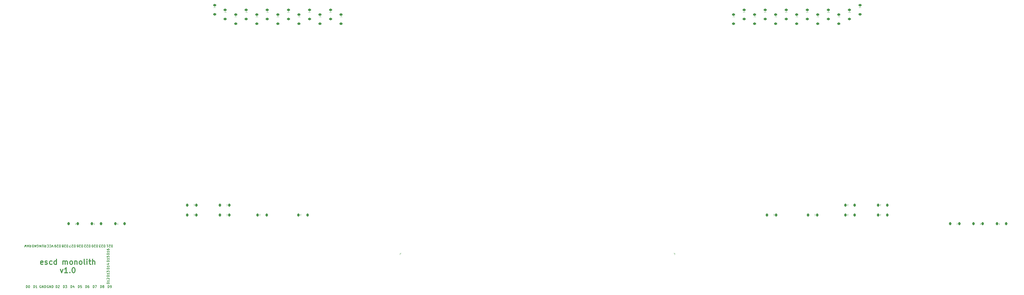
<source format=gbr>
%TF.GenerationSoftware,KiCad,Pcbnew,8.0.5*%
%TF.CreationDate,2024-10-06T00:46:39+09:00*%
%TF.ProjectId,monolith,6d6f6e6f-6c69-4746-982e-6b696361645f,rev?*%
%TF.SameCoordinates,Original*%
%TF.FileFunction,Legend,Top*%
%TF.FilePolarity,Positive*%
%FSLAX46Y46*%
G04 Gerber Fmt 4.6, Leading zero omitted, Abs format (unit mm)*
G04 Created by KiCad (PCBNEW 8.0.5) date 2024-10-06 00:46:39*
%MOMM*%
%LPD*%
G01*
G04 APERTURE LIST*
G04 Aperture macros list*
%AMRoundRect*
0 Rectangle with rounded corners*
0 $1 Rounding radius*
0 $2 $3 $4 $5 $6 $7 $8 $9 X,Y pos of 4 corners*
0 Add a 4 corners polygon primitive as box body*
4,1,4,$2,$3,$4,$5,$6,$7,$8,$9,$2,$3,0*
0 Add four circle primitives for the rounded corners*
1,1,$1+$1,$2,$3*
1,1,$1+$1,$4,$5*
1,1,$1+$1,$6,$7*
1,1,$1+$1,$8,$9*
0 Add four rect primitives between the rounded corners*
20,1,$1+$1,$2,$3,$4,$5,0*
20,1,$1+$1,$4,$5,$6,$7,0*
20,1,$1+$1,$6,$7,$8,$9,0*
20,1,$1+$1,$8,$9,$2,$3,0*%
%AMRotRect*
0 Rectangle, with rotation*
0 The origin of the aperture is its center*
0 $1 length*
0 $2 width*
0 $3 Rotation angle, in degrees counterclockwise*
0 Add horizontal line*
21,1,$1,$2,0,0,$3*%
%AMFreePoly0*
4,1,83,-1.265370,1.979643,-0.986535,1.918986,-0.719170,1.819264,-0.468718,1.682507,-0.240280,1.511499,-0.038501,1.309721,0.132507,1.081282,0.269264,0.830830,0.368986,0.563465,0.429643,0.284630,0.450000,0.000000,0.429643,-0.284630,0.368986,-0.563465,0.269264,-0.830830,0.132507,-1.081282,-0.038501,-1.309721,-0.240279,-1.511499,-0.468718,-1.682506,-0.719170,-1.819264,-0.986535,-1.918986,
-1.265370,-1.979643,-1.550000,-2.000000,-1.834629,-1.979643,-2.113466,-1.918986,-2.380830,-1.819264,-2.631282,-1.682507,-2.859721,-1.511499,-3.061499,-1.309721,-3.232507,-1.081282,-3.369264,-0.830830,-3.468986,-0.563465,-3.529643,-0.284630,-3.550000,0.000000,-2.654713,0.000000,-2.635903,-0.202990,-2.580114,-0.399068,-2.489246,-0.581556,-2.366393,-0.744240,-2.215738,-0.881580,-2.042413,-0.988899,
-1.852319,-1.062541,-1.651930,-1.100000,-1.448070,-1.100000,-1.247681,-1.062541,-1.057587,-0.988899,-0.884262,-0.881580,-0.733607,-0.744240,-0.610754,-0.581556,-0.519886,-0.399068,-0.464097,-0.202990,-0.447134,-0.019933,-0.450000,0.000000,-0.447134,0.019933,-0.464097,0.202990,-0.519886,0.399068,-0.610754,0.581556,-0.733607,0.744240,-0.884262,0.881580,-1.057587,0.988899,-1.247681,1.062541,
-1.448070,1.100000,-1.651930,1.100001,-1.852319,1.062541,-2.042413,0.988899,-2.215738,0.881580,-2.366393,0.744240,-2.489246,0.581556,-2.580114,0.399068,-2.635903,0.202990,-2.654713,0.000000,-3.550000,0.000000,-3.529643,0.284630,-3.468986,0.563465,-3.369264,0.830830,-3.232507,1.081282,-3.061499,1.309721,-2.859721,1.511499,-2.631282,1.682507,-2.380830,1.819264,-2.113465,1.918986,
-1.834630,1.979643,-1.550000,2.000000,-1.265370,1.979643,-1.265370,1.979643,$1*%
G04 Aperture macros list end*
%ADD10C,0.300000*%
%ADD11C,0.150000*%
%ADD12C,0.120000*%
%ADD13RoundRect,0.225000X-0.250000X0.225000X-0.250000X-0.225000X0.250000X-0.225000X0.250000X0.225000X0*%
%ADD14RoundRect,0.225000X0.225000X0.250000X-0.225000X0.250000X-0.225000X-0.250000X0.225000X-0.250000X0*%
%ADD15RotRect,1.200000X1.200000X12.000000*%
%ADD16C,1.050000*%
%ADD17C,1.200000*%
%ADD18RotRect,0.700000X3.400000X12.000000*%
%ADD19R,1.200000X1.200000*%
%ADD20R,0.700000X3.400000*%
%ADD21RoundRect,0.225000X-0.225000X-0.250000X0.225000X-0.250000X0.225000X0.250000X-0.225000X0.250000X0*%
%ADD22RotRect,1.200000X1.200000X330.000000*%
%ADD23RotRect,0.700000X3.400000X330.000000*%
%ADD24RotRect,1.200000X1.200000X30.000000*%
%ADD25RotRect,0.700000X3.400000X30.000000*%
%ADD26RoundRect,0.225000X-0.319856X-0.104006X0.069856X-0.329006X0.319856X0.104006X-0.069856X0.329006X0*%
%ADD27RotRect,1.200000X1.200000X348.000000*%
%ADD28RotRect,0.700000X3.400000X348.000000*%
%ADD29C,1.600000*%
%ADD30FreePoly0,290.000000*%
%ADD31R,2.000000X3.250000*%
%ADD32R,3.250000X2.000000*%
%ADD33RoundRect,0.225000X0.069856X0.329006X-0.319856X0.104006X-0.069856X-0.329006X0.319856X-0.104006X0*%
G04 APERTURE END LIST*
D10*
X39671429Y-172280501D02*
X39500001Y-172366215D01*
X39500001Y-172366215D02*
X39157144Y-172366215D01*
X39157144Y-172366215D02*
X38985715Y-172280501D01*
X38985715Y-172280501D02*
X38900001Y-172109072D01*
X38900001Y-172109072D02*
X38900001Y-171423358D01*
X38900001Y-171423358D02*
X38985715Y-171251929D01*
X38985715Y-171251929D02*
X39157144Y-171166215D01*
X39157144Y-171166215D02*
X39500001Y-171166215D01*
X39500001Y-171166215D02*
X39671429Y-171251929D01*
X39671429Y-171251929D02*
X39757144Y-171423358D01*
X39757144Y-171423358D02*
X39757144Y-171594786D01*
X39757144Y-171594786D02*
X38900001Y-171766215D01*
X40442858Y-172280501D02*
X40614286Y-172366215D01*
X40614286Y-172366215D02*
X40957143Y-172366215D01*
X40957143Y-172366215D02*
X41128572Y-172280501D01*
X41128572Y-172280501D02*
X41214286Y-172109072D01*
X41214286Y-172109072D02*
X41214286Y-172023358D01*
X41214286Y-172023358D02*
X41128572Y-171851929D01*
X41128572Y-171851929D02*
X40957143Y-171766215D01*
X40957143Y-171766215D02*
X40700001Y-171766215D01*
X40700001Y-171766215D02*
X40528572Y-171680501D01*
X40528572Y-171680501D02*
X40442858Y-171509072D01*
X40442858Y-171509072D02*
X40442858Y-171423358D01*
X40442858Y-171423358D02*
X40528572Y-171251929D01*
X40528572Y-171251929D02*
X40700001Y-171166215D01*
X40700001Y-171166215D02*
X40957143Y-171166215D01*
X40957143Y-171166215D02*
X41128572Y-171251929D01*
X42757144Y-172280501D02*
X42585715Y-172366215D01*
X42585715Y-172366215D02*
X42242858Y-172366215D01*
X42242858Y-172366215D02*
X42071429Y-172280501D01*
X42071429Y-172280501D02*
X41985715Y-172194786D01*
X41985715Y-172194786D02*
X41900001Y-172023358D01*
X41900001Y-172023358D02*
X41900001Y-171509072D01*
X41900001Y-171509072D02*
X41985715Y-171337643D01*
X41985715Y-171337643D02*
X42071429Y-171251929D01*
X42071429Y-171251929D02*
X42242858Y-171166215D01*
X42242858Y-171166215D02*
X42585715Y-171166215D01*
X42585715Y-171166215D02*
X42757144Y-171251929D01*
X44300001Y-172366215D02*
X44300001Y-170566215D01*
X44300001Y-172280501D02*
X44128572Y-172366215D01*
X44128572Y-172366215D02*
X43785715Y-172366215D01*
X43785715Y-172366215D02*
X43614286Y-172280501D01*
X43614286Y-172280501D02*
X43528572Y-172194786D01*
X43528572Y-172194786D02*
X43442858Y-172023358D01*
X43442858Y-172023358D02*
X43442858Y-171509072D01*
X43442858Y-171509072D02*
X43528572Y-171337643D01*
X43528572Y-171337643D02*
X43614286Y-171251929D01*
X43614286Y-171251929D02*
X43785715Y-171166215D01*
X43785715Y-171166215D02*
X44128572Y-171166215D01*
X44128572Y-171166215D02*
X44300001Y-171251929D01*
X46528572Y-172366215D02*
X46528572Y-171166215D01*
X46528572Y-171337643D02*
X46614286Y-171251929D01*
X46614286Y-171251929D02*
X46785715Y-171166215D01*
X46785715Y-171166215D02*
X47042858Y-171166215D01*
X47042858Y-171166215D02*
X47214286Y-171251929D01*
X47214286Y-171251929D02*
X47300001Y-171423358D01*
X47300001Y-171423358D02*
X47300001Y-172366215D01*
X47300001Y-171423358D02*
X47385715Y-171251929D01*
X47385715Y-171251929D02*
X47557143Y-171166215D01*
X47557143Y-171166215D02*
X47814286Y-171166215D01*
X47814286Y-171166215D02*
X47985715Y-171251929D01*
X47985715Y-171251929D02*
X48071429Y-171423358D01*
X48071429Y-171423358D02*
X48071429Y-172366215D01*
X49185715Y-172366215D02*
X49014286Y-172280501D01*
X49014286Y-172280501D02*
X48928572Y-172194786D01*
X48928572Y-172194786D02*
X48842858Y-172023358D01*
X48842858Y-172023358D02*
X48842858Y-171509072D01*
X48842858Y-171509072D02*
X48928572Y-171337643D01*
X48928572Y-171337643D02*
X49014286Y-171251929D01*
X49014286Y-171251929D02*
X49185715Y-171166215D01*
X49185715Y-171166215D02*
X49442858Y-171166215D01*
X49442858Y-171166215D02*
X49614286Y-171251929D01*
X49614286Y-171251929D02*
X49700001Y-171337643D01*
X49700001Y-171337643D02*
X49785715Y-171509072D01*
X49785715Y-171509072D02*
X49785715Y-172023358D01*
X49785715Y-172023358D02*
X49700001Y-172194786D01*
X49700001Y-172194786D02*
X49614286Y-172280501D01*
X49614286Y-172280501D02*
X49442858Y-172366215D01*
X49442858Y-172366215D02*
X49185715Y-172366215D01*
X50557143Y-171166215D02*
X50557143Y-172366215D01*
X50557143Y-171337643D02*
X50642857Y-171251929D01*
X50642857Y-171251929D02*
X50814286Y-171166215D01*
X50814286Y-171166215D02*
X51071429Y-171166215D01*
X51071429Y-171166215D02*
X51242857Y-171251929D01*
X51242857Y-171251929D02*
X51328572Y-171423358D01*
X51328572Y-171423358D02*
X51328572Y-172366215D01*
X52442857Y-172366215D02*
X52271428Y-172280501D01*
X52271428Y-172280501D02*
X52185714Y-172194786D01*
X52185714Y-172194786D02*
X52100000Y-172023358D01*
X52100000Y-172023358D02*
X52100000Y-171509072D01*
X52100000Y-171509072D02*
X52185714Y-171337643D01*
X52185714Y-171337643D02*
X52271428Y-171251929D01*
X52271428Y-171251929D02*
X52442857Y-171166215D01*
X52442857Y-171166215D02*
X52700000Y-171166215D01*
X52700000Y-171166215D02*
X52871428Y-171251929D01*
X52871428Y-171251929D02*
X52957143Y-171337643D01*
X52957143Y-171337643D02*
X53042857Y-171509072D01*
X53042857Y-171509072D02*
X53042857Y-172023358D01*
X53042857Y-172023358D02*
X52957143Y-172194786D01*
X52957143Y-172194786D02*
X52871428Y-172280501D01*
X52871428Y-172280501D02*
X52700000Y-172366215D01*
X52700000Y-172366215D02*
X52442857Y-172366215D01*
X54071428Y-172366215D02*
X53899999Y-172280501D01*
X53899999Y-172280501D02*
X53814285Y-172109072D01*
X53814285Y-172109072D02*
X53814285Y-170566215D01*
X54757142Y-172366215D02*
X54757142Y-171166215D01*
X54757142Y-170566215D02*
X54671428Y-170651929D01*
X54671428Y-170651929D02*
X54757142Y-170737643D01*
X54757142Y-170737643D02*
X54842856Y-170651929D01*
X54842856Y-170651929D02*
X54757142Y-170566215D01*
X54757142Y-170566215D02*
X54757142Y-170737643D01*
X55357142Y-171166215D02*
X56042856Y-171166215D01*
X55614285Y-170566215D02*
X55614285Y-172109072D01*
X55614285Y-172109072D02*
X55699999Y-172280501D01*
X55699999Y-172280501D02*
X55871428Y-172366215D01*
X55871428Y-172366215D02*
X56042856Y-172366215D01*
X56642856Y-172366215D02*
X56642856Y-170566215D01*
X57414285Y-172366215D02*
X57414285Y-171423358D01*
X57414285Y-171423358D02*
X57328570Y-171251929D01*
X57328570Y-171251929D02*
X57157142Y-171166215D01*
X57157142Y-171166215D02*
X56899999Y-171166215D01*
X56899999Y-171166215D02*
X56728570Y-171251929D01*
X56728570Y-171251929D02*
X56642856Y-171337643D01*
X45628570Y-174064114D02*
X46057142Y-175264114D01*
X46057142Y-175264114D02*
X46485713Y-174064114D01*
X48114285Y-175264114D02*
X47085714Y-175264114D01*
X47599999Y-175264114D02*
X47599999Y-173464114D01*
X47599999Y-173464114D02*
X47428571Y-173721257D01*
X47428571Y-173721257D02*
X47257142Y-173892685D01*
X47257142Y-173892685D02*
X47085714Y-173978400D01*
X48885714Y-175092685D02*
X48971428Y-175178400D01*
X48971428Y-175178400D02*
X48885714Y-175264114D01*
X48885714Y-175264114D02*
X48800000Y-175178400D01*
X48800000Y-175178400D02*
X48885714Y-175092685D01*
X48885714Y-175092685D02*
X48885714Y-175264114D01*
X50085714Y-173464114D02*
X50257143Y-173464114D01*
X50257143Y-173464114D02*
X50428571Y-173549828D01*
X50428571Y-173549828D02*
X50514286Y-173635542D01*
X50514286Y-173635542D02*
X50600000Y-173806971D01*
X50600000Y-173806971D02*
X50685714Y-174149828D01*
X50685714Y-174149828D02*
X50685714Y-174578400D01*
X50685714Y-174578400D02*
X50600000Y-174921257D01*
X50600000Y-174921257D02*
X50514286Y-175092685D01*
X50514286Y-175092685D02*
X50428571Y-175178400D01*
X50428571Y-175178400D02*
X50257143Y-175264114D01*
X50257143Y-175264114D02*
X50085714Y-175264114D01*
X50085714Y-175264114D02*
X49914286Y-175178400D01*
X49914286Y-175178400D02*
X49828571Y-175092685D01*
X49828571Y-175092685D02*
X49742857Y-174921257D01*
X49742857Y-174921257D02*
X49657143Y-174578400D01*
X49657143Y-174578400D02*
X49657143Y-174149828D01*
X49657143Y-174149828D02*
X49742857Y-173806971D01*
X49742857Y-173806971D02*
X49828571Y-173635542D01*
X49828571Y-173635542D02*
X49914286Y-173549828D01*
X49914286Y-173549828D02*
X50085714Y-173464114D01*
D11*
X49179524Y-180362295D02*
X49179524Y-179562295D01*
X49179524Y-179562295D02*
X49370000Y-179562295D01*
X49370000Y-179562295D02*
X49484286Y-179600390D01*
X49484286Y-179600390D02*
X49560476Y-179676580D01*
X49560476Y-179676580D02*
X49598571Y-179752771D01*
X49598571Y-179752771D02*
X49636667Y-179905152D01*
X49636667Y-179905152D02*
X49636667Y-180019438D01*
X49636667Y-180019438D02*
X49598571Y-180171819D01*
X49598571Y-180171819D02*
X49560476Y-180248009D01*
X49560476Y-180248009D02*
X49484286Y-180324200D01*
X49484286Y-180324200D02*
X49370000Y-180362295D01*
X49370000Y-180362295D02*
X49179524Y-180362295D01*
X50322381Y-179828961D02*
X50322381Y-180362295D01*
X50131905Y-179524200D02*
X49941428Y-180095628D01*
X49941428Y-180095628D02*
X50436667Y-180095628D01*
X62362295Y-176511428D02*
X61562295Y-176511428D01*
X61562295Y-176511428D02*
X61562295Y-176320952D01*
X61562295Y-176320952D02*
X61600390Y-176206666D01*
X61600390Y-176206666D02*
X61676580Y-176130476D01*
X61676580Y-176130476D02*
X61752771Y-176092381D01*
X61752771Y-176092381D02*
X61905152Y-176054285D01*
X61905152Y-176054285D02*
X62019438Y-176054285D01*
X62019438Y-176054285D02*
X62171819Y-176092381D01*
X62171819Y-176092381D02*
X62248009Y-176130476D01*
X62248009Y-176130476D02*
X62324200Y-176206666D01*
X62324200Y-176206666D02*
X62362295Y-176320952D01*
X62362295Y-176320952D02*
X62362295Y-176511428D01*
X62362295Y-175292381D02*
X62362295Y-175749524D01*
X62362295Y-175520952D02*
X61562295Y-175520952D01*
X61562295Y-175520952D02*
X61676580Y-175597143D01*
X61676580Y-175597143D02*
X61752771Y-175673333D01*
X61752771Y-175673333D02*
X61790866Y-175749524D01*
X61562295Y-175025714D02*
X61562295Y-174530476D01*
X61562295Y-174530476D02*
X61867057Y-174797142D01*
X61867057Y-174797142D02*
X61867057Y-174682857D01*
X61867057Y-174682857D02*
X61905152Y-174606666D01*
X61905152Y-174606666D02*
X61943247Y-174568571D01*
X61943247Y-174568571D02*
X62019438Y-174530476D01*
X62019438Y-174530476D02*
X62209914Y-174530476D01*
X62209914Y-174530476D02*
X62286104Y-174568571D01*
X62286104Y-174568571D02*
X62324200Y-174606666D01*
X62324200Y-174606666D02*
X62362295Y-174682857D01*
X62362295Y-174682857D02*
X62362295Y-174911428D01*
X62362295Y-174911428D02*
X62324200Y-174987619D01*
X62324200Y-174987619D02*
X62286104Y-175025714D01*
X44099524Y-180362295D02*
X44099524Y-179562295D01*
X44099524Y-179562295D02*
X44290000Y-179562295D01*
X44290000Y-179562295D02*
X44404286Y-179600390D01*
X44404286Y-179600390D02*
X44480476Y-179676580D01*
X44480476Y-179676580D02*
X44518571Y-179752771D01*
X44518571Y-179752771D02*
X44556667Y-179905152D01*
X44556667Y-179905152D02*
X44556667Y-180019438D01*
X44556667Y-180019438D02*
X44518571Y-180171819D01*
X44518571Y-180171819D02*
X44480476Y-180248009D01*
X44480476Y-180248009D02*
X44404286Y-180324200D01*
X44404286Y-180324200D02*
X44290000Y-180362295D01*
X44290000Y-180362295D02*
X44099524Y-180362295D01*
X44861428Y-179638485D02*
X44899524Y-179600390D01*
X44899524Y-179600390D02*
X44975714Y-179562295D01*
X44975714Y-179562295D02*
X45166190Y-179562295D01*
X45166190Y-179562295D02*
X45242381Y-179600390D01*
X45242381Y-179600390D02*
X45280476Y-179638485D01*
X45280476Y-179638485D02*
X45318571Y-179714676D01*
X45318571Y-179714676D02*
X45318571Y-179790866D01*
X45318571Y-179790866D02*
X45280476Y-179905152D01*
X45280476Y-179905152D02*
X44823333Y-180362295D01*
X44823333Y-180362295D02*
X45318571Y-180362295D01*
X48201428Y-165637704D02*
X48201428Y-166437704D01*
X48201428Y-166437704D02*
X48010952Y-166437704D01*
X48010952Y-166437704D02*
X47896666Y-166399609D01*
X47896666Y-166399609D02*
X47820476Y-166323419D01*
X47820476Y-166323419D02*
X47782381Y-166247228D01*
X47782381Y-166247228D02*
X47744285Y-166094847D01*
X47744285Y-166094847D02*
X47744285Y-165980561D01*
X47744285Y-165980561D02*
X47782381Y-165828180D01*
X47782381Y-165828180D02*
X47820476Y-165751990D01*
X47820476Y-165751990D02*
X47896666Y-165675800D01*
X47896666Y-165675800D02*
X48010952Y-165637704D01*
X48010952Y-165637704D02*
X48201428Y-165637704D01*
X47439524Y-166361514D02*
X47401428Y-166399609D01*
X47401428Y-166399609D02*
X47325238Y-166437704D01*
X47325238Y-166437704D02*
X47134762Y-166437704D01*
X47134762Y-166437704D02*
X47058571Y-166399609D01*
X47058571Y-166399609D02*
X47020476Y-166361514D01*
X47020476Y-166361514D02*
X46982381Y-166285323D01*
X46982381Y-166285323D02*
X46982381Y-166209133D01*
X46982381Y-166209133D02*
X47020476Y-166094847D01*
X47020476Y-166094847D02*
X47477619Y-165637704D01*
X47477619Y-165637704D02*
X46982381Y-165637704D01*
X46525238Y-166094847D02*
X46601428Y-166132942D01*
X46601428Y-166132942D02*
X46639523Y-166171038D01*
X46639523Y-166171038D02*
X46677619Y-166247228D01*
X46677619Y-166247228D02*
X46677619Y-166285323D01*
X46677619Y-166285323D02*
X46639523Y-166361514D01*
X46639523Y-166361514D02*
X46601428Y-166399609D01*
X46601428Y-166399609D02*
X46525238Y-166437704D01*
X46525238Y-166437704D02*
X46372857Y-166437704D01*
X46372857Y-166437704D02*
X46296666Y-166399609D01*
X46296666Y-166399609D02*
X46258571Y-166361514D01*
X46258571Y-166361514D02*
X46220476Y-166285323D01*
X46220476Y-166285323D02*
X46220476Y-166247228D01*
X46220476Y-166247228D02*
X46258571Y-166171038D01*
X46258571Y-166171038D02*
X46296666Y-166132942D01*
X46296666Y-166132942D02*
X46372857Y-166094847D01*
X46372857Y-166094847D02*
X46525238Y-166094847D01*
X46525238Y-166094847D02*
X46601428Y-166056752D01*
X46601428Y-166056752D02*
X46639523Y-166018657D01*
X46639523Y-166018657D02*
X46677619Y-165942466D01*
X46677619Y-165942466D02*
X46677619Y-165790085D01*
X46677619Y-165790085D02*
X46639523Y-165713895D01*
X46639523Y-165713895D02*
X46601428Y-165675800D01*
X46601428Y-165675800D02*
X46525238Y-165637704D01*
X46525238Y-165637704D02*
X46372857Y-165637704D01*
X46372857Y-165637704D02*
X46296666Y-165675800D01*
X46296666Y-165675800D02*
X46258571Y-165713895D01*
X46258571Y-165713895D02*
X46220476Y-165790085D01*
X46220476Y-165790085D02*
X46220476Y-165942466D01*
X46220476Y-165942466D02*
X46258571Y-166018657D01*
X46258571Y-166018657D02*
X46296666Y-166056752D01*
X46296666Y-166056752D02*
X46372857Y-166094847D01*
X40170475Y-165637704D02*
X40437142Y-166018657D01*
X40627618Y-165637704D02*
X40627618Y-166437704D01*
X40627618Y-166437704D02*
X40322856Y-166437704D01*
X40322856Y-166437704D02*
X40246666Y-166399609D01*
X40246666Y-166399609D02*
X40208571Y-166361514D01*
X40208571Y-166361514D02*
X40170475Y-166285323D01*
X40170475Y-166285323D02*
X40170475Y-166171038D01*
X40170475Y-166171038D02*
X40208571Y-166094847D01*
X40208571Y-166094847D02*
X40246666Y-166056752D01*
X40246666Y-166056752D02*
X40322856Y-166018657D01*
X40322856Y-166018657D02*
X40627618Y-166018657D01*
X39827618Y-166437704D02*
X39827618Y-165790085D01*
X39827618Y-165790085D02*
X39789523Y-165713895D01*
X39789523Y-165713895D02*
X39751428Y-165675800D01*
X39751428Y-165675800D02*
X39675237Y-165637704D01*
X39675237Y-165637704D02*
X39522856Y-165637704D01*
X39522856Y-165637704D02*
X39446666Y-165675800D01*
X39446666Y-165675800D02*
X39408571Y-165713895D01*
X39408571Y-165713895D02*
X39370475Y-165790085D01*
X39370475Y-165790085D02*
X39370475Y-166437704D01*
X38989523Y-165637704D02*
X38989523Y-166437704D01*
X38989523Y-166437704D02*
X38532380Y-165637704D01*
X38532380Y-165637704D02*
X38532380Y-166437704D01*
X53281428Y-165637704D02*
X53281428Y-166437704D01*
X53281428Y-166437704D02*
X53090952Y-166437704D01*
X53090952Y-166437704D02*
X52976666Y-166399609D01*
X52976666Y-166399609D02*
X52900476Y-166323419D01*
X52900476Y-166323419D02*
X52862381Y-166247228D01*
X52862381Y-166247228D02*
X52824285Y-166094847D01*
X52824285Y-166094847D02*
X52824285Y-165980561D01*
X52824285Y-165980561D02*
X52862381Y-165828180D01*
X52862381Y-165828180D02*
X52900476Y-165751990D01*
X52900476Y-165751990D02*
X52976666Y-165675800D01*
X52976666Y-165675800D02*
X53090952Y-165637704D01*
X53090952Y-165637704D02*
X53281428Y-165637704D01*
X52519524Y-166361514D02*
X52481428Y-166399609D01*
X52481428Y-166399609D02*
X52405238Y-166437704D01*
X52405238Y-166437704D02*
X52214762Y-166437704D01*
X52214762Y-166437704D02*
X52138571Y-166399609D01*
X52138571Y-166399609D02*
X52100476Y-166361514D01*
X52100476Y-166361514D02*
X52062381Y-166285323D01*
X52062381Y-166285323D02*
X52062381Y-166209133D01*
X52062381Y-166209133D02*
X52100476Y-166094847D01*
X52100476Y-166094847D02*
X52557619Y-165637704D01*
X52557619Y-165637704D02*
X52062381Y-165637704D01*
X51376666Y-166437704D02*
X51529047Y-166437704D01*
X51529047Y-166437704D02*
X51605238Y-166399609D01*
X51605238Y-166399609D02*
X51643333Y-166361514D01*
X51643333Y-166361514D02*
X51719523Y-166247228D01*
X51719523Y-166247228D02*
X51757619Y-166094847D01*
X51757619Y-166094847D02*
X51757619Y-165790085D01*
X51757619Y-165790085D02*
X51719523Y-165713895D01*
X51719523Y-165713895D02*
X51681428Y-165675800D01*
X51681428Y-165675800D02*
X51605238Y-165637704D01*
X51605238Y-165637704D02*
X51452857Y-165637704D01*
X51452857Y-165637704D02*
X51376666Y-165675800D01*
X51376666Y-165675800D02*
X51338571Y-165713895D01*
X51338571Y-165713895D02*
X51300476Y-165790085D01*
X51300476Y-165790085D02*
X51300476Y-165980561D01*
X51300476Y-165980561D02*
X51338571Y-166056752D01*
X51338571Y-166056752D02*
X51376666Y-166094847D01*
X51376666Y-166094847D02*
X51452857Y-166132942D01*
X51452857Y-166132942D02*
X51605238Y-166132942D01*
X51605238Y-166132942D02*
X51681428Y-166094847D01*
X51681428Y-166094847D02*
X51719523Y-166056752D01*
X51719523Y-166056752D02*
X51757619Y-165980561D01*
X59339524Y-180362295D02*
X59339524Y-179562295D01*
X59339524Y-179562295D02*
X59530000Y-179562295D01*
X59530000Y-179562295D02*
X59644286Y-179600390D01*
X59644286Y-179600390D02*
X59720476Y-179676580D01*
X59720476Y-179676580D02*
X59758571Y-179752771D01*
X59758571Y-179752771D02*
X59796667Y-179905152D01*
X59796667Y-179905152D02*
X59796667Y-180019438D01*
X59796667Y-180019438D02*
X59758571Y-180171819D01*
X59758571Y-180171819D02*
X59720476Y-180248009D01*
X59720476Y-180248009D02*
X59644286Y-180324200D01*
X59644286Y-180324200D02*
X59530000Y-180362295D01*
X59530000Y-180362295D02*
X59339524Y-180362295D01*
X60253809Y-179905152D02*
X60177619Y-179867057D01*
X60177619Y-179867057D02*
X60139524Y-179828961D01*
X60139524Y-179828961D02*
X60101428Y-179752771D01*
X60101428Y-179752771D02*
X60101428Y-179714676D01*
X60101428Y-179714676D02*
X60139524Y-179638485D01*
X60139524Y-179638485D02*
X60177619Y-179600390D01*
X60177619Y-179600390D02*
X60253809Y-179562295D01*
X60253809Y-179562295D02*
X60406190Y-179562295D01*
X60406190Y-179562295D02*
X60482381Y-179600390D01*
X60482381Y-179600390D02*
X60520476Y-179638485D01*
X60520476Y-179638485D02*
X60558571Y-179714676D01*
X60558571Y-179714676D02*
X60558571Y-179752771D01*
X60558571Y-179752771D02*
X60520476Y-179828961D01*
X60520476Y-179828961D02*
X60482381Y-179867057D01*
X60482381Y-179867057D02*
X60406190Y-179905152D01*
X60406190Y-179905152D02*
X60253809Y-179905152D01*
X60253809Y-179905152D02*
X60177619Y-179943247D01*
X60177619Y-179943247D02*
X60139524Y-179981342D01*
X60139524Y-179981342D02*
X60101428Y-180057533D01*
X60101428Y-180057533D02*
X60101428Y-180209914D01*
X60101428Y-180209914D02*
X60139524Y-180286104D01*
X60139524Y-180286104D02*
X60177619Y-180324200D01*
X60177619Y-180324200D02*
X60253809Y-180362295D01*
X60253809Y-180362295D02*
X60406190Y-180362295D01*
X60406190Y-180362295D02*
X60482381Y-180324200D01*
X60482381Y-180324200D02*
X60520476Y-180286104D01*
X60520476Y-180286104D02*
X60558571Y-180209914D01*
X60558571Y-180209914D02*
X60558571Y-180057533D01*
X60558571Y-180057533D02*
X60520476Y-179981342D01*
X60520476Y-179981342D02*
X60482381Y-179943247D01*
X60482381Y-179943247D02*
X60406190Y-179905152D01*
X63471428Y-165637704D02*
X63471428Y-166437704D01*
X63471428Y-166437704D02*
X63280952Y-166437704D01*
X63280952Y-166437704D02*
X63166666Y-166399609D01*
X63166666Y-166399609D02*
X63090476Y-166323419D01*
X63090476Y-166323419D02*
X63052381Y-166247228D01*
X63052381Y-166247228D02*
X63014285Y-166094847D01*
X63014285Y-166094847D02*
X63014285Y-165980561D01*
X63014285Y-165980561D02*
X63052381Y-165828180D01*
X63052381Y-165828180D02*
X63090476Y-165751990D01*
X63090476Y-165751990D02*
X63166666Y-165675800D01*
X63166666Y-165675800D02*
X63280952Y-165637704D01*
X63280952Y-165637704D02*
X63471428Y-165637704D01*
X62709524Y-166361514D02*
X62671428Y-166399609D01*
X62671428Y-166399609D02*
X62595238Y-166437704D01*
X62595238Y-166437704D02*
X62404762Y-166437704D01*
X62404762Y-166437704D02*
X62328571Y-166399609D01*
X62328571Y-166399609D02*
X62290476Y-166361514D01*
X62290476Y-166361514D02*
X62252381Y-166285323D01*
X62252381Y-166285323D02*
X62252381Y-166209133D01*
X62252381Y-166209133D02*
X62290476Y-166094847D01*
X62290476Y-166094847D02*
X62747619Y-165637704D01*
X62747619Y-165637704D02*
X62252381Y-165637704D01*
X61490476Y-165637704D02*
X61947619Y-165637704D01*
X61719047Y-165637704D02*
X61719047Y-166437704D01*
X61719047Y-166437704D02*
X61795238Y-166323419D01*
X61795238Y-166323419D02*
X61871428Y-166247228D01*
X61871428Y-166247228D02*
X61947619Y-166209133D01*
X46639524Y-180362295D02*
X46639524Y-179562295D01*
X46639524Y-179562295D02*
X46830000Y-179562295D01*
X46830000Y-179562295D02*
X46944286Y-179600390D01*
X46944286Y-179600390D02*
X47020476Y-179676580D01*
X47020476Y-179676580D02*
X47058571Y-179752771D01*
X47058571Y-179752771D02*
X47096667Y-179905152D01*
X47096667Y-179905152D02*
X47096667Y-180019438D01*
X47096667Y-180019438D02*
X47058571Y-180171819D01*
X47058571Y-180171819D02*
X47020476Y-180248009D01*
X47020476Y-180248009D02*
X46944286Y-180324200D01*
X46944286Y-180324200D02*
X46830000Y-180362295D01*
X46830000Y-180362295D02*
X46639524Y-180362295D01*
X47363333Y-179562295D02*
X47858571Y-179562295D01*
X47858571Y-179562295D02*
X47591905Y-179867057D01*
X47591905Y-179867057D02*
X47706190Y-179867057D01*
X47706190Y-179867057D02*
X47782381Y-179905152D01*
X47782381Y-179905152D02*
X47820476Y-179943247D01*
X47820476Y-179943247D02*
X47858571Y-180019438D01*
X47858571Y-180019438D02*
X47858571Y-180209914D01*
X47858571Y-180209914D02*
X47820476Y-180286104D01*
X47820476Y-180286104D02*
X47782381Y-180324200D01*
X47782381Y-180324200D02*
X47706190Y-180362295D01*
X47706190Y-180362295D02*
X47477619Y-180362295D01*
X47477619Y-180362295D02*
X47401428Y-180324200D01*
X47401428Y-180324200D02*
X47363333Y-180286104D01*
X36479524Y-180362295D02*
X36479524Y-179562295D01*
X36479524Y-179562295D02*
X36670000Y-179562295D01*
X36670000Y-179562295D02*
X36784286Y-179600390D01*
X36784286Y-179600390D02*
X36860476Y-179676580D01*
X36860476Y-179676580D02*
X36898571Y-179752771D01*
X36898571Y-179752771D02*
X36936667Y-179905152D01*
X36936667Y-179905152D02*
X36936667Y-180019438D01*
X36936667Y-180019438D02*
X36898571Y-180171819D01*
X36898571Y-180171819D02*
X36860476Y-180248009D01*
X36860476Y-180248009D02*
X36784286Y-180324200D01*
X36784286Y-180324200D02*
X36670000Y-180362295D01*
X36670000Y-180362295D02*
X36479524Y-180362295D01*
X37698571Y-180362295D02*
X37241428Y-180362295D01*
X37470000Y-180362295D02*
X37470000Y-179562295D01*
X37470000Y-179562295D02*
X37393809Y-179676580D01*
X37393809Y-179676580D02*
X37317619Y-179752771D01*
X37317619Y-179752771D02*
X37241428Y-179790866D01*
X35052380Y-165637704D02*
X35319047Y-166018657D01*
X35509523Y-165637704D02*
X35509523Y-166437704D01*
X35509523Y-166437704D02*
X35204761Y-166437704D01*
X35204761Y-166437704D02*
X35128571Y-166399609D01*
X35128571Y-166399609D02*
X35090476Y-166361514D01*
X35090476Y-166361514D02*
X35052380Y-166285323D01*
X35052380Y-166285323D02*
X35052380Y-166171038D01*
X35052380Y-166171038D02*
X35090476Y-166094847D01*
X35090476Y-166094847D02*
X35128571Y-166056752D01*
X35128571Y-166056752D02*
X35204761Y-166018657D01*
X35204761Y-166018657D02*
X35509523Y-166018657D01*
X34747619Y-165866276D02*
X34366666Y-165866276D01*
X34823809Y-165637704D02*
X34557142Y-166437704D01*
X34557142Y-166437704D02*
X34290476Y-165637704D01*
X34100000Y-166437704D02*
X33909524Y-165637704D01*
X33909524Y-165637704D02*
X33757143Y-166209133D01*
X33757143Y-166209133D02*
X33604762Y-165637704D01*
X33604762Y-165637704D02*
X33414286Y-166437704D01*
X61909524Y-180362295D02*
X61909524Y-179562295D01*
X61909524Y-179562295D02*
X62100000Y-179562295D01*
X62100000Y-179562295D02*
X62214286Y-179600390D01*
X62214286Y-179600390D02*
X62290476Y-179676580D01*
X62290476Y-179676580D02*
X62328571Y-179752771D01*
X62328571Y-179752771D02*
X62366667Y-179905152D01*
X62366667Y-179905152D02*
X62366667Y-180019438D01*
X62366667Y-180019438D02*
X62328571Y-180171819D01*
X62328571Y-180171819D02*
X62290476Y-180248009D01*
X62290476Y-180248009D02*
X62214286Y-180324200D01*
X62214286Y-180324200D02*
X62100000Y-180362295D01*
X62100000Y-180362295D02*
X61909524Y-180362295D01*
X62747619Y-180362295D02*
X62900000Y-180362295D01*
X62900000Y-180362295D02*
X62976190Y-180324200D01*
X62976190Y-180324200D02*
X63014286Y-180286104D01*
X63014286Y-180286104D02*
X63090476Y-180171819D01*
X63090476Y-180171819D02*
X63128571Y-180019438D01*
X63128571Y-180019438D02*
X63128571Y-179714676D01*
X63128571Y-179714676D02*
X63090476Y-179638485D01*
X63090476Y-179638485D02*
X63052381Y-179600390D01*
X63052381Y-179600390D02*
X62976190Y-179562295D01*
X62976190Y-179562295D02*
X62823809Y-179562295D01*
X62823809Y-179562295D02*
X62747619Y-179600390D01*
X62747619Y-179600390D02*
X62709524Y-179638485D01*
X62709524Y-179638485D02*
X62671428Y-179714676D01*
X62671428Y-179714676D02*
X62671428Y-179905152D01*
X62671428Y-179905152D02*
X62709524Y-179981342D01*
X62709524Y-179981342D02*
X62747619Y-180019438D01*
X62747619Y-180019438D02*
X62823809Y-180057533D01*
X62823809Y-180057533D02*
X62976190Y-180057533D01*
X62976190Y-180057533D02*
X63052381Y-180019438D01*
X63052381Y-180019438D02*
X63090476Y-179981342D01*
X63090476Y-179981342D02*
X63128571Y-179905152D01*
X62362295Y-173971428D02*
X61562295Y-173971428D01*
X61562295Y-173971428D02*
X61562295Y-173780952D01*
X61562295Y-173780952D02*
X61600390Y-173666666D01*
X61600390Y-173666666D02*
X61676580Y-173590476D01*
X61676580Y-173590476D02*
X61752771Y-173552381D01*
X61752771Y-173552381D02*
X61905152Y-173514285D01*
X61905152Y-173514285D02*
X62019438Y-173514285D01*
X62019438Y-173514285D02*
X62171819Y-173552381D01*
X62171819Y-173552381D02*
X62248009Y-173590476D01*
X62248009Y-173590476D02*
X62324200Y-173666666D01*
X62324200Y-173666666D02*
X62362295Y-173780952D01*
X62362295Y-173780952D02*
X62362295Y-173971428D01*
X62362295Y-172752381D02*
X62362295Y-173209524D01*
X62362295Y-172980952D02*
X61562295Y-172980952D01*
X61562295Y-172980952D02*
X61676580Y-173057143D01*
X61676580Y-173057143D02*
X61752771Y-173133333D01*
X61752771Y-173133333D02*
X61790866Y-173209524D01*
X61828961Y-172066666D02*
X62362295Y-172066666D01*
X61524200Y-172257142D02*
X62095628Y-172447619D01*
X62095628Y-172447619D02*
X62095628Y-171952380D01*
X43216666Y-166437704D02*
X42949999Y-165637704D01*
X42949999Y-165637704D02*
X42683333Y-166437704D01*
X41959523Y-165713895D02*
X41997619Y-165675800D01*
X41997619Y-165675800D02*
X42111904Y-165637704D01*
X42111904Y-165637704D02*
X42188095Y-165637704D01*
X42188095Y-165637704D02*
X42302381Y-165675800D01*
X42302381Y-165675800D02*
X42378571Y-165751990D01*
X42378571Y-165751990D02*
X42416666Y-165828180D01*
X42416666Y-165828180D02*
X42454762Y-165980561D01*
X42454762Y-165980561D02*
X42454762Y-166094847D01*
X42454762Y-166094847D02*
X42416666Y-166247228D01*
X42416666Y-166247228D02*
X42378571Y-166323419D01*
X42378571Y-166323419D02*
X42302381Y-166399609D01*
X42302381Y-166399609D02*
X42188095Y-166437704D01*
X42188095Y-166437704D02*
X42111904Y-166437704D01*
X42111904Y-166437704D02*
X41997619Y-166399609D01*
X41997619Y-166399609D02*
X41959523Y-166361514D01*
X41159523Y-165713895D02*
X41197619Y-165675800D01*
X41197619Y-165675800D02*
X41311904Y-165637704D01*
X41311904Y-165637704D02*
X41388095Y-165637704D01*
X41388095Y-165637704D02*
X41502381Y-165675800D01*
X41502381Y-165675800D02*
X41578571Y-165751990D01*
X41578571Y-165751990D02*
X41616666Y-165828180D01*
X41616666Y-165828180D02*
X41654762Y-165980561D01*
X41654762Y-165980561D02*
X41654762Y-166094847D01*
X41654762Y-166094847D02*
X41616666Y-166247228D01*
X41616666Y-166247228D02*
X41578571Y-166323419D01*
X41578571Y-166323419D02*
X41502381Y-166399609D01*
X41502381Y-166399609D02*
X41388095Y-166437704D01*
X41388095Y-166437704D02*
X41311904Y-166437704D01*
X41311904Y-166437704D02*
X41197619Y-166399609D01*
X41197619Y-166399609D02*
X41159523Y-166361514D01*
X45661428Y-165637704D02*
X45661428Y-166437704D01*
X45661428Y-166437704D02*
X45470952Y-166437704D01*
X45470952Y-166437704D02*
X45356666Y-166399609D01*
X45356666Y-166399609D02*
X45280476Y-166323419D01*
X45280476Y-166323419D02*
X45242381Y-166247228D01*
X45242381Y-166247228D02*
X45204285Y-166094847D01*
X45204285Y-166094847D02*
X45204285Y-165980561D01*
X45204285Y-165980561D02*
X45242381Y-165828180D01*
X45242381Y-165828180D02*
X45280476Y-165751990D01*
X45280476Y-165751990D02*
X45356666Y-165675800D01*
X45356666Y-165675800D02*
X45470952Y-165637704D01*
X45470952Y-165637704D02*
X45661428Y-165637704D01*
X44899524Y-166361514D02*
X44861428Y-166399609D01*
X44861428Y-166399609D02*
X44785238Y-166437704D01*
X44785238Y-166437704D02*
X44594762Y-166437704D01*
X44594762Y-166437704D02*
X44518571Y-166399609D01*
X44518571Y-166399609D02*
X44480476Y-166361514D01*
X44480476Y-166361514D02*
X44442381Y-166285323D01*
X44442381Y-166285323D02*
X44442381Y-166209133D01*
X44442381Y-166209133D02*
X44480476Y-166094847D01*
X44480476Y-166094847D02*
X44937619Y-165637704D01*
X44937619Y-165637704D02*
X44442381Y-165637704D01*
X44061428Y-165637704D02*
X43909047Y-165637704D01*
X43909047Y-165637704D02*
X43832857Y-165675800D01*
X43832857Y-165675800D02*
X43794761Y-165713895D01*
X43794761Y-165713895D02*
X43718571Y-165828180D01*
X43718571Y-165828180D02*
X43680476Y-165980561D01*
X43680476Y-165980561D02*
X43680476Y-166285323D01*
X43680476Y-166285323D02*
X43718571Y-166361514D01*
X43718571Y-166361514D02*
X43756666Y-166399609D01*
X43756666Y-166399609D02*
X43832857Y-166437704D01*
X43832857Y-166437704D02*
X43985238Y-166437704D01*
X43985238Y-166437704D02*
X44061428Y-166399609D01*
X44061428Y-166399609D02*
X44099523Y-166361514D01*
X44099523Y-166361514D02*
X44137619Y-166285323D01*
X44137619Y-166285323D02*
X44137619Y-166094847D01*
X44137619Y-166094847D02*
X44099523Y-166018657D01*
X44099523Y-166018657D02*
X44061428Y-165980561D01*
X44061428Y-165980561D02*
X43985238Y-165942466D01*
X43985238Y-165942466D02*
X43832857Y-165942466D01*
X43832857Y-165942466D02*
X43756666Y-165980561D01*
X43756666Y-165980561D02*
X43718571Y-166018657D01*
X43718571Y-166018657D02*
X43680476Y-166094847D01*
X55821428Y-165637704D02*
X55821428Y-166437704D01*
X55821428Y-166437704D02*
X55630952Y-166437704D01*
X55630952Y-166437704D02*
X55516666Y-166399609D01*
X55516666Y-166399609D02*
X55440476Y-166323419D01*
X55440476Y-166323419D02*
X55402381Y-166247228D01*
X55402381Y-166247228D02*
X55364285Y-166094847D01*
X55364285Y-166094847D02*
X55364285Y-165980561D01*
X55364285Y-165980561D02*
X55402381Y-165828180D01*
X55402381Y-165828180D02*
X55440476Y-165751990D01*
X55440476Y-165751990D02*
X55516666Y-165675800D01*
X55516666Y-165675800D02*
X55630952Y-165637704D01*
X55630952Y-165637704D02*
X55821428Y-165637704D01*
X55059524Y-166361514D02*
X55021428Y-166399609D01*
X55021428Y-166399609D02*
X54945238Y-166437704D01*
X54945238Y-166437704D02*
X54754762Y-166437704D01*
X54754762Y-166437704D02*
X54678571Y-166399609D01*
X54678571Y-166399609D02*
X54640476Y-166361514D01*
X54640476Y-166361514D02*
X54602381Y-166285323D01*
X54602381Y-166285323D02*
X54602381Y-166209133D01*
X54602381Y-166209133D02*
X54640476Y-166094847D01*
X54640476Y-166094847D02*
X55097619Y-165637704D01*
X55097619Y-165637704D02*
X54602381Y-165637704D01*
X54297619Y-166361514D02*
X54259523Y-166399609D01*
X54259523Y-166399609D02*
X54183333Y-166437704D01*
X54183333Y-166437704D02*
X53992857Y-166437704D01*
X53992857Y-166437704D02*
X53916666Y-166399609D01*
X53916666Y-166399609D02*
X53878571Y-166361514D01*
X53878571Y-166361514D02*
X53840476Y-166285323D01*
X53840476Y-166285323D02*
X53840476Y-166209133D01*
X53840476Y-166209133D02*
X53878571Y-166094847D01*
X53878571Y-166094847D02*
X54335714Y-165637704D01*
X54335714Y-165637704D02*
X53840476Y-165637704D01*
X60901428Y-165637704D02*
X60901428Y-166437704D01*
X60901428Y-166437704D02*
X60710952Y-166437704D01*
X60710952Y-166437704D02*
X60596666Y-166399609D01*
X60596666Y-166399609D02*
X60520476Y-166323419D01*
X60520476Y-166323419D02*
X60482381Y-166247228D01*
X60482381Y-166247228D02*
X60444285Y-166094847D01*
X60444285Y-166094847D02*
X60444285Y-165980561D01*
X60444285Y-165980561D02*
X60482381Y-165828180D01*
X60482381Y-165828180D02*
X60520476Y-165751990D01*
X60520476Y-165751990D02*
X60596666Y-165675800D01*
X60596666Y-165675800D02*
X60710952Y-165637704D01*
X60710952Y-165637704D02*
X60901428Y-165637704D01*
X60139524Y-166361514D02*
X60101428Y-166399609D01*
X60101428Y-166399609D02*
X60025238Y-166437704D01*
X60025238Y-166437704D02*
X59834762Y-166437704D01*
X59834762Y-166437704D02*
X59758571Y-166399609D01*
X59758571Y-166399609D02*
X59720476Y-166361514D01*
X59720476Y-166361514D02*
X59682381Y-166285323D01*
X59682381Y-166285323D02*
X59682381Y-166209133D01*
X59682381Y-166209133D02*
X59720476Y-166094847D01*
X59720476Y-166094847D02*
X60177619Y-165637704D01*
X60177619Y-165637704D02*
X59682381Y-165637704D01*
X59415714Y-166437704D02*
X58920476Y-166437704D01*
X58920476Y-166437704D02*
X59187142Y-166132942D01*
X59187142Y-166132942D02*
X59072857Y-166132942D01*
X59072857Y-166132942D02*
X58996666Y-166094847D01*
X58996666Y-166094847D02*
X58958571Y-166056752D01*
X58958571Y-166056752D02*
X58920476Y-165980561D01*
X58920476Y-165980561D02*
X58920476Y-165790085D01*
X58920476Y-165790085D02*
X58958571Y-165713895D01*
X58958571Y-165713895D02*
X58996666Y-165675800D01*
X58996666Y-165675800D02*
X59072857Y-165637704D01*
X59072857Y-165637704D02*
X59301428Y-165637704D01*
X59301428Y-165637704D02*
X59377619Y-165675800D01*
X59377619Y-165675800D02*
X59415714Y-165713895D01*
X39000476Y-179600390D02*
X38924286Y-179562295D01*
X38924286Y-179562295D02*
X38810000Y-179562295D01*
X38810000Y-179562295D02*
X38695714Y-179600390D01*
X38695714Y-179600390D02*
X38619524Y-179676580D01*
X38619524Y-179676580D02*
X38581429Y-179752771D01*
X38581429Y-179752771D02*
X38543333Y-179905152D01*
X38543333Y-179905152D02*
X38543333Y-180019438D01*
X38543333Y-180019438D02*
X38581429Y-180171819D01*
X38581429Y-180171819D02*
X38619524Y-180248009D01*
X38619524Y-180248009D02*
X38695714Y-180324200D01*
X38695714Y-180324200D02*
X38810000Y-180362295D01*
X38810000Y-180362295D02*
X38886191Y-180362295D01*
X38886191Y-180362295D02*
X39000476Y-180324200D01*
X39000476Y-180324200D02*
X39038572Y-180286104D01*
X39038572Y-180286104D02*
X39038572Y-180019438D01*
X39038572Y-180019438D02*
X38886191Y-180019438D01*
X39381429Y-180362295D02*
X39381429Y-179562295D01*
X39381429Y-179562295D02*
X39838572Y-180362295D01*
X39838572Y-180362295D02*
X39838572Y-179562295D01*
X40219524Y-180362295D02*
X40219524Y-179562295D01*
X40219524Y-179562295D02*
X40410000Y-179562295D01*
X40410000Y-179562295D02*
X40524286Y-179600390D01*
X40524286Y-179600390D02*
X40600476Y-179676580D01*
X40600476Y-179676580D02*
X40638571Y-179752771D01*
X40638571Y-179752771D02*
X40676667Y-179905152D01*
X40676667Y-179905152D02*
X40676667Y-180019438D01*
X40676667Y-180019438D02*
X40638571Y-180171819D01*
X40638571Y-180171819D02*
X40600476Y-180248009D01*
X40600476Y-180248009D02*
X40524286Y-180324200D01*
X40524286Y-180324200D02*
X40410000Y-180362295D01*
X40410000Y-180362295D02*
X40219524Y-180362295D01*
X37679523Y-166399609D02*
X37755713Y-166437704D01*
X37755713Y-166437704D02*
X37869999Y-166437704D01*
X37869999Y-166437704D02*
X37984285Y-166399609D01*
X37984285Y-166399609D02*
X38060475Y-166323419D01*
X38060475Y-166323419D02*
X38098570Y-166247228D01*
X38098570Y-166247228D02*
X38136666Y-166094847D01*
X38136666Y-166094847D02*
X38136666Y-165980561D01*
X38136666Y-165980561D02*
X38098570Y-165828180D01*
X38098570Y-165828180D02*
X38060475Y-165751990D01*
X38060475Y-165751990D02*
X37984285Y-165675800D01*
X37984285Y-165675800D02*
X37869999Y-165637704D01*
X37869999Y-165637704D02*
X37793808Y-165637704D01*
X37793808Y-165637704D02*
X37679523Y-165675800D01*
X37679523Y-165675800D02*
X37641427Y-165713895D01*
X37641427Y-165713895D02*
X37641427Y-165980561D01*
X37641427Y-165980561D02*
X37793808Y-165980561D01*
X37298570Y-165637704D02*
X37298570Y-166437704D01*
X37298570Y-166437704D02*
X36841427Y-165637704D01*
X36841427Y-165637704D02*
X36841427Y-166437704D01*
X36460475Y-165637704D02*
X36460475Y-166437704D01*
X36460475Y-166437704D02*
X36269999Y-166437704D01*
X36269999Y-166437704D02*
X36155713Y-166399609D01*
X36155713Y-166399609D02*
X36079523Y-166323419D01*
X36079523Y-166323419D02*
X36041428Y-166247228D01*
X36041428Y-166247228D02*
X36003332Y-166094847D01*
X36003332Y-166094847D02*
X36003332Y-165980561D01*
X36003332Y-165980561D02*
X36041428Y-165828180D01*
X36041428Y-165828180D02*
X36079523Y-165751990D01*
X36079523Y-165751990D02*
X36155713Y-165675800D01*
X36155713Y-165675800D02*
X36269999Y-165637704D01*
X36269999Y-165637704D02*
X36460475Y-165637704D01*
X51719524Y-180362295D02*
X51719524Y-179562295D01*
X51719524Y-179562295D02*
X51910000Y-179562295D01*
X51910000Y-179562295D02*
X52024286Y-179600390D01*
X52024286Y-179600390D02*
X52100476Y-179676580D01*
X52100476Y-179676580D02*
X52138571Y-179752771D01*
X52138571Y-179752771D02*
X52176667Y-179905152D01*
X52176667Y-179905152D02*
X52176667Y-180019438D01*
X52176667Y-180019438D02*
X52138571Y-180171819D01*
X52138571Y-180171819D02*
X52100476Y-180248009D01*
X52100476Y-180248009D02*
X52024286Y-180324200D01*
X52024286Y-180324200D02*
X51910000Y-180362295D01*
X51910000Y-180362295D02*
X51719524Y-180362295D01*
X52900476Y-179562295D02*
X52519524Y-179562295D01*
X52519524Y-179562295D02*
X52481428Y-179943247D01*
X52481428Y-179943247D02*
X52519524Y-179905152D01*
X52519524Y-179905152D02*
X52595714Y-179867057D01*
X52595714Y-179867057D02*
X52786190Y-179867057D01*
X52786190Y-179867057D02*
X52862381Y-179905152D01*
X52862381Y-179905152D02*
X52900476Y-179943247D01*
X52900476Y-179943247D02*
X52938571Y-180019438D01*
X52938571Y-180019438D02*
X52938571Y-180209914D01*
X52938571Y-180209914D02*
X52900476Y-180286104D01*
X52900476Y-180286104D02*
X52862381Y-180324200D01*
X52862381Y-180324200D02*
X52786190Y-180362295D01*
X52786190Y-180362295D02*
X52595714Y-180362295D01*
X52595714Y-180362295D02*
X52519524Y-180324200D01*
X52519524Y-180324200D02*
X52481428Y-180286104D01*
X50741428Y-165637704D02*
X50741428Y-166437704D01*
X50741428Y-166437704D02*
X50550952Y-166437704D01*
X50550952Y-166437704D02*
X50436666Y-166399609D01*
X50436666Y-166399609D02*
X50360476Y-166323419D01*
X50360476Y-166323419D02*
X50322381Y-166247228D01*
X50322381Y-166247228D02*
X50284285Y-166094847D01*
X50284285Y-166094847D02*
X50284285Y-165980561D01*
X50284285Y-165980561D02*
X50322381Y-165828180D01*
X50322381Y-165828180D02*
X50360476Y-165751990D01*
X50360476Y-165751990D02*
X50436666Y-165675800D01*
X50436666Y-165675800D02*
X50550952Y-165637704D01*
X50550952Y-165637704D02*
X50741428Y-165637704D01*
X49979524Y-166361514D02*
X49941428Y-166399609D01*
X49941428Y-166399609D02*
X49865238Y-166437704D01*
X49865238Y-166437704D02*
X49674762Y-166437704D01*
X49674762Y-166437704D02*
X49598571Y-166399609D01*
X49598571Y-166399609D02*
X49560476Y-166361514D01*
X49560476Y-166361514D02*
X49522381Y-166285323D01*
X49522381Y-166285323D02*
X49522381Y-166209133D01*
X49522381Y-166209133D02*
X49560476Y-166094847D01*
X49560476Y-166094847D02*
X50017619Y-165637704D01*
X50017619Y-165637704D02*
X49522381Y-165637704D01*
X49255714Y-166437704D02*
X48722380Y-166437704D01*
X48722380Y-166437704D02*
X49065238Y-165637704D01*
X62362295Y-168971428D02*
X61562295Y-168971428D01*
X61562295Y-168971428D02*
X61562295Y-168780952D01*
X61562295Y-168780952D02*
X61600390Y-168666666D01*
X61600390Y-168666666D02*
X61676580Y-168590476D01*
X61676580Y-168590476D02*
X61752771Y-168552381D01*
X61752771Y-168552381D02*
X61905152Y-168514285D01*
X61905152Y-168514285D02*
X62019438Y-168514285D01*
X62019438Y-168514285D02*
X62171819Y-168552381D01*
X62171819Y-168552381D02*
X62248009Y-168590476D01*
X62248009Y-168590476D02*
X62324200Y-168666666D01*
X62324200Y-168666666D02*
X62362295Y-168780952D01*
X62362295Y-168780952D02*
X62362295Y-168971428D01*
X62362295Y-167752381D02*
X62362295Y-168209524D01*
X62362295Y-167980952D02*
X61562295Y-167980952D01*
X61562295Y-167980952D02*
X61676580Y-168057143D01*
X61676580Y-168057143D02*
X61752771Y-168133333D01*
X61752771Y-168133333D02*
X61790866Y-168209524D01*
X61562295Y-167066666D02*
X61562295Y-167219047D01*
X61562295Y-167219047D02*
X61600390Y-167295238D01*
X61600390Y-167295238D02*
X61638485Y-167333333D01*
X61638485Y-167333333D02*
X61752771Y-167409523D01*
X61752771Y-167409523D02*
X61905152Y-167447619D01*
X61905152Y-167447619D02*
X62209914Y-167447619D01*
X62209914Y-167447619D02*
X62286104Y-167409523D01*
X62286104Y-167409523D02*
X62324200Y-167371428D01*
X62324200Y-167371428D02*
X62362295Y-167295238D01*
X62362295Y-167295238D02*
X62362295Y-167142857D01*
X62362295Y-167142857D02*
X62324200Y-167066666D01*
X62324200Y-167066666D02*
X62286104Y-167028571D01*
X62286104Y-167028571D02*
X62209914Y-166990476D01*
X62209914Y-166990476D02*
X62019438Y-166990476D01*
X62019438Y-166990476D02*
X61943247Y-167028571D01*
X61943247Y-167028571D02*
X61905152Y-167066666D01*
X61905152Y-167066666D02*
X61867057Y-167142857D01*
X61867057Y-167142857D02*
X61867057Y-167295238D01*
X61867057Y-167295238D02*
X61905152Y-167371428D01*
X61905152Y-167371428D02*
X61943247Y-167409523D01*
X61943247Y-167409523D02*
X62019438Y-167447619D01*
X62362295Y-171431428D02*
X61562295Y-171431428D01*
X61562295Y-171431428D02*
X61562295Y-171240952D01*
X61562295Y-171240952D02*
X61600390Y-171126666D01*
X61600390Y-171126666D02*
X61676580Y-171050476D01*
X61676580Y-171050476D02*
X61752771Y-171012381D01*
X61752771Y-171012381D02*
X61905152Y-170974285D01*
X61905152Y-170974285D02*
X62019438Y-170974285D01*
X62019438Y-170974285D02*
X62171819Y-171012381D01*
X62171819Y-171012381D02*
X62248009Y-171050476D01*
X62248009Y-171050476D02*
X62324200Y-171126666D01*
X62324200Y-171126666D02*
X62362295Y-171240952D01*
X62362295Y-171240952D02*
X62362295Y-171431428D01*
X62362295Y-170212381D02*
X62362295Y-170669524D01*
X62362295Y-170440952D02*
X61562295Y-170440952D01*
X61562295Y-170440952D02*
X61676580Y-170517143D01*
X61676580Y-170517143D02*
X61752771Y-170593333D01*
X61752771Y-170593333D02*
X61790866Y-170669524D01*
X61562295Y-169488571D02*
X61562295Y-169869523D01*
X61562295Y-169869523D02*
X61943247Y-169907619D01*
X61943247Y-169907619D02*
X61905152Y-169869523D01*
X61905152Y-169869523D02*
X61867057Y-169793333D01*
X61867057Y-169793333D02*
X61867057Y-169602857D01*
X61867057Y-169602857D02*
X61905152Y-169526666D01*
X61905152Y-169526666D02*
X61943247Y-169488571D01*
X61943247Y-169488571D02*
X62019438Y-169450476D01*
X62019438Y-169450476D02*
X62209914Y-169450476D01*
X62209914Y-169450476D02*
X62286104Y-169488571D01*
X62286104Y-169488571D02*
X62324200Y-169526666D01*
X62324200Y-169526666D02*
X62362295Y-169602857D01*
X62362295Y-169602857D02*
X62362295Y-169793333D01*
X62362295Y-169793333D02*
X62324200Y-169869523D01*
X62324200Y-169869523D02*
X62286104Y-169907619D01*
X41540476Y-179600390D02*
X41464286Y-179562295D01*
X41464286Y-179562295D02*
X41350000Y-179562295D01*
X41350000Y-179562295D02*
X41235714Y-179600390D01*
X41235714Y-179600390D02*
X41159524Y-179676580D01*
X41159524Y-179676580D02*
X41121429Y-179752771D01*
X41121429Y-179752771D02*
X41083333Y-179905152D01*
X41083333Y-179905152D02*
X41083333Y-180019438D01*
X41083333Y-180019438D02*
X41121429Y-180171819D01*
X41121429Y-180171819D02*
X41159524Y-180248009D01*
X41159524Y-180248009D02*
X41235714Y-180324200D01*
X41235714Y-180324200D02*
X41350000Y-180362295D01*
X41350000Y-180362295D02*
X41426191Y-180362295D01*
X41426191Y-180362295D02*
X41540476Y-180324200D01*
X41540476Y-180324200D02*
X41578572Y-180286104D01*
X41578572Y-180286104D02*
X41578572Y-180019438D01*
X41578572Y-180019438D02*
X41426191Y-180019438D01*
X41921429Y-180362295D02*
X41921429Y-179562295D01*
X41921429Y-179562295D02*
X42378572Y-180362295D01*
X42378572Y-180362295D02*
X42378572Y-179562295D01*
X42759524Y-180362295D02*
X42759524Y-179562295D01*
X42759524Y-179562295D02*
X42950000Y-179562295D01*
X42950000Y-179562295D02*
X43064286Y-179600390D01*
X43064286Y-179600390D02*
X43140476Y-179676580D01*
X43140476Y-179676580D02*
X43178571Y-179752771D01*
X43178571Y-179752771D02*
X43216667Y-179905152D01*
X43216667Y-179905152D02*
X43216667Y-180019438D01*
X43216667Y-180019438D02*
X43178571Y-180171819D01*
X43178571Y-180171819D02*
X43140476Y-180248009D01*
X43140476Y-180248009D02*
X43064286Y-180324200D01*
X43064286Y-180324200D02*
X42950000Y-180362295D01*
X42950000Y-180362295D02*
X42759524Y-180362295D01*
X33939524Y-180362295D02*
X33939524Y-179562295D01*
X33939524Y-179562295D02*
X34130000Y-179562295D01*
X34130000Y-179562295D02*
X34244286Y-179600390D01*
X34244286Y-179600390D02*
X34320476Y-179676580D01*
X34320476Y-179676580D02*
X34358571Y-179752771D01*
X34358571Y-179752771D02*
X34396667Y-179905152D01*
X34396667Y-179905152D02*
X34396667Y-180019438D01*
X34396667Y-180019438D02*
X34358571Y-180171819D01*
X34358571Y-180171819D02*
X34320476Y-180248009D01*
X34320476Y-180248009D02*
X34244286Y-180324200D01*
X34244286Y-180324200D02*
X34130000Y-180362295D01*
X34130000Y-180362295D02*
X33939524Y-180362295D01*
X34891905Y-179562295D02*
X34968095Y-179562295D01*
X34968095Y-179562295D02*
X35044286Y-179600390D01*
X35044286Y-179600390D02*
X35082381Y-179638485D01*
X35082381Y-179638485D02*
X35120476Y-179714676D01*
X35120476Y-179714676D02*
X35158571Y-179867057D01*
X35158571Y-179867057D02*
X35158571Y-180057533D01*
X35158571Y-180057533D02*
X35120476Y-180209914D01*
X35120476Y-180209914D02*
X35082381Y-180286104D01*
X35082381Y-180286104D02*
X35044286Y-180324200D01*
X35044286Y-180324200D02*
X34968095Y-180362295D01*
X34968095Y-180362295D02*
X34891905Y-180362295D01*
X34891905Y-180362295D02*
X34815714Y-180324200D01*
X34815714Y-180324200D02*
X34777619Y-180286104D01*
X34777619Y-180286104D02*
X34739524Y-180209914D01*
X34739524Y-180209914D02*
X34701428Y-180057533D01*
X34701428Y-180057533D02*
X34701428Y-179867057D01*
X34701428Y-179867057D02*
X34739524Y-179714676D01*
X34739524Y-179714676D02*
X34777619Y-179638485D01*
X34777619Y-179638485D02*
X34815714Y-179600390D01*
X34815714Y-179600390D02*
X34891905Y-179562295D01*
X62362295Y-178971428D02*
X61562295Y-178971428D01*
X61562295Y-178971428D02*
X61562295Y-178780952D01*
X61562295Y-178780952D02*
X61600390Y-178666666D01*
X61600390Y-178666666D02*
X61676580Y-178590476D01*
X61676580Y-178590476D02*
X61752771Y-178552381D01*
X61752771Y-178552381D02*
X61905152Y-178514285D01*
X61905152Y-178514285D02*
X62019438Y-178514285D01*
X62019438Y-178514285D02*
X62171819Y-178552381D01*
X62171819Y-178552381D02*
X62248009Y-178590476D01*
X62248009Y-178590476D02*
X62324200Y-178666666D01*
X62324200Y-178666666D02*
X62362295Y-178780952D01*
X62362295Y-178780952D02*
X62362295Y-178971428D01*
X62362295Y-177752381D02*
X62362295Y-178209524D01*
X62362295Y-177980952D02*
X61562295Y-177980952D01*
X61562295Y-177980952D02*
X61676580Y-178057143D01*
X61676580Y-178057143D02*
X61752771Y-178133333D01*
X61752771Y-178133333D02*
X61790866Y-178209524D01*
X61638485Y-177447619D02*
X61600390Y-177409523D01*
X61600390Y-177409523D02*
X61562295Y-177333333D01*
X61562295Y-177333333D02*
X61562295Y-177142857D01*
X61562295Y-177142857D02*
X61600390Y-177066666D01*
X61600390Y-177066666D02*
X61638485Y-177028571D01*
X61638485Y-177028571D02*
X61714676Y-176990476D01*
X61714676Y-176990476D02*
X61790866Y-176990476D01*
X61790866Y-176990476D02*
X61905152Y-177028571D01*
X61905152Y-177028571D02*
X62362295Y-177485714D01*
X62362295Y-177485714D02*
X62362295Y-176990476D01*
X56799524Y-180362295D02*
X56799524Y-179562295D01*
X56799524Y-179562295D02*
X56990000Y-179562295D01*
X56990000Y-179562295D02*
X57104286Y-179600390D01*
X57104286Y-179600390D02*
X57180476Y-179676580D01*
X57180476Y-179676580D02*
X57218571Y-179752771D01*
X57218571Y-179752771D02*
X57256667Y-179905152D01*
X57256667Y-179905152D02*
X57256667Y-180019438D01*
X57256667Y-180019438D02*
X57218571Y-180171819D01*
X57218571Y-180171819D02*
X57180476Y-180248009D01*
X57180476Y-180248009D02*
X57104286Y-180324200D01*
X57104286Y-180324200D02*
X56990000Y-180362295D01*
X56990000Y-180362295D02*
X56799524Y-180362295D01*
X57523333Y-179562295D02*
X58056667Y-179562295D01*
X58056667Y-179562295D02*
X57713809Y-180362295D01*
X58361428Y-165637704D02*
X58361428Y-166437704D01*
X58361428Y-166437704D02*
X58170952Y-166437704D01*
X58170952Y-166437704D02*
X58056666Y-166399609D01*
X58056666Y-166399609D02*
X57980476Y-166323419D01*
X57980476Y-166323419D02*
X57942381Y-166247228D01*
X57942381Y-166247228D02*
X57904285Y-166094847D01*
X57904285Y-166094847D02*
X57904285Y-165980561D01*
X57904285Y-165980561D02*
X57942381Y-165828180D01*
X57942381Y-165828180D02*
X57980476Y-165751990D01*
X57980476Y-165751990D02*
X58056666Y-165675800D01*
X58056666Y-165675800D02*
X58170952Y-165637704D01*
X58170952Y-165637704D02*
X58361428Y-165637704D01*
X57599524Y-166361514D02*
X57561428Y-166399609D01*
X57561428Y-166399609D02*
X57485238Y-166437704D01*
X57485238Y-166437704D02*
X57294762Y-166437704D01*
X57294762Y-166437704D02*
X57218571Y-166399609D01*
X57218571Y-166399609D02*
X57180476Y-166361514D01*
X57180476Y-166361514D02*
X57142381Y-166285323D01*
X57142381Y-166285323D02*
X57142381Y-166209133D01*
X57142381Y-166209133D02*
X57180476Y-166094847D01*
X57180476Y-166094847D02*
X57637619Y-165637704D01*
X57637619Y-165637704D02*
X57142381Y-165637704D01*
X56647142Y-166437704D02*
X56570952Y-166437704D01*
X56570952Y-166437704D02*
X56494761Y-166399609D01*
X56494761Y-166399609D02*
X56456666Y-166361514D01*
X56456666Y-166361514D02*
X56418571Y-166285323D01*
X56418571Y-166285323D02*
X56380476Y-166132942D01*
X56380476Y-166132942D02*
X56380476Y-165942466D01*
X56380476Y-165942466D02*
X56418571Y-165790085D01*
X56418571Y-165790085D02*
X56456666Y-165713895D01*
X56456666Y-165713895D02*
X56494761Y-165675800D01*
X56494761Y-165675800D02*
X56570952Y-165637704D01*
X56570952Y-165637704D02*
X56647142Y-165637704D01*
X56647142Y-165637704D02*
X56723333Y-165675800D01*
X56723333Y-165675800D02*
X56761428Y-165713895D01*
X56761428Y-165713895D02*
X56799523Y-165790085D01*
X56799523Y-165790085D02*
X56837619Y-165942466D01*
X56837619Y-165942466D02*
X56837619Y-166132942D01*
X56837619Y-166132942D02*
X56799523Y-166285323D01*
X56799523Y-166285323D02*
X56761428Y-166361514D01*
X56761428Y-166361514D02*
X56723333Y-166399609D01*
X56723333Y-166399609D02*
X56647142Y-166437704D01*
X54259524Y-180362295D02*
X54259524Y-179562295D01*
X54259524Y-179562295D02*
X54450000Y-179562295D01*
X54450000Y-179562295D02*
X54564286Y-179600390D01*
X54564286Y-179600390D02*
X54640476Y-179676580D01*
X54640476Y-179676580D02*
X54678571Y-179752771D01*
X54678571Y-179752771D02*
X54716667Y-179905152D01*
X54716667Y-179905152D02*
X54716667Y-180019438D01*
X54716667Y-180019438D02*
X54678571Y-180171819D01*
X54678571Y-180171819D02*
X54640476Y-180248009D01*
X54640476Y-180248009D02*
X54564286Y-180324200D01*
X54564286Y-180324200D02*
X54450000Y-180362295D01*
X54450000Y-180362295D02*
X54259524Y-180362295D01*
X55402381Y-179562295D02*
X55250000Y-179562295D01*
X55250000Y-179562295D02*
X55173809Y-179600390D01*
X55173809Y-179600390D02*
X55135714Y-179638485D01*
X55135714Y-179638485D02*
X55059524Y-179752771D01*
X55059524Y-179752771D02*
X55021428Y-179905152D01*
X55021428Y-179905152D02*
X55021428Y-180209914D01*
X55021428Y-180209914D02*
X55059524Y-180286104D01*
X55059524Y-180286104D02*
X55097619Y-180324200D01*
X55097619Y-180324200D02*
X55173809Y-180362295D01*
X55173809Y-180362295D02*
X55326190Y-180362295D01*
X55326190Y-180362295D02*
X55402381Y-180324200D01*
X55402381Y-180324200D02*
X55440476Y-180286104D01*
X55440476Y-180286104D02*
X55478571Y-180209914D01*
X55478571Y-180209914D02*
X55478571Y-180019438D01*
X55478571Y-180019438D02*
X55440476Y-179943247D01*
X55440476Y-179943247D02*
X55402381Y-179905152D01*
X55402381Y-179905152D02*
X55326190Y-179867057D01*
X55326190Y-179867057D02*
X55173809Y-179867057D01*
X55173809Y-179867057D02*
X55097619Y-179905152D01*
X55097619Y-179905152D02*
X55059524Y-179943247D01*
X55059524Y-179943247D02*
X55021428Y-180019438D01*
D12*
%TO.C,D30*%
X279410000Y-85700000D02*
X279110000Y-85900000D01*
X279710000Y-85900000D02*
X279410000Y-85700000D01*
%TO.C,D3*%
X109200000Y-85700000D02*
X108900000Y-85900000D01*
X109500000Y-85900000D02*
X109200000Y-85700000D01*
%TO.C,D31*%
X311810000Y-87300001D02*
X311510000Y-87500001D01*
X312110000Y-87500001D02*
X311810000Y-87300001D01*
%TO.C,D4*%
X116400000Y-85700000D02*
X116100000Y-85900000D01*
X116700000Y-85900000D02*
X116400000Y-85700000D01*
%TO.C,D39*%
X352110000Y-158700000D02*
X352310000Y-158400000D01*
X352310000Y-158400000D02*
X352110000Y-158100000D01*
%TO.C,D28*%
X293810000Y-85700000D02*
X293510000Y-85900000D01*
X294110000Y-85900000D02*
X293810000Y-85700000D01*
%TO.C,D24*%
X319010000Y-84100000D02*
X318710000Y-84300000D01*
X319310000Y-84300000D02*
X319010000Y-84100000D01*
%TO.C,D15*%
X57100000Y-158400000D02*
X57300000Y-158700000D01*
X57300000Y-158100000D02*
X57100000Y-158400000D01*
%TO.C,D40*%
X325910000Y-152000000D02*
X326110000Y-152300000D01*
X326110000Y-151700000D02*
X325910000Y-152000000D01*
%TO.C,D29*%
X286610000Y-85700000D02*
X286310000Y-85900000D01*
X286910000Y-85900000D02*
X286610000Y-85700000D01*
%TO.C,D42*%
X289510000Y-155700000D02*
X289710000Y-155400000D01*
X289710000Y-155400000D02*
X289510000Y-155100000D01*
%TO.C,D35*%
X283010000Y-87300001D02*
X282710000Y-87500001D01*
X283310000Y-87500001D02*
X283010000Y-87300001D01*
%TO.C,D11*%
X127200000Y-87300000D02*
X126900000Y-87500000D01*
X127500000Y-87500000D02*
X127200000Y-87300000D01*
%TO.C,D18*%
X102500000Y-152300000D02*
X102700000Y-152000000D01*
X102700000Y-152000000D02*
X102500000Y-151700000D01*
%TO.C,D12*%
X134400000Y-87300000D02*
X134100000Y-87500000D01*
X134700000Y-87500000D02*
X134400000Y-87300000D01*
%TO.C,D8*%
X105600000Y-87300000D02*
X105300000Y-87500000D01*
X105900000Y-87500000D02*
X105600000Y-87300000D01*
%TO.C,D13*%
X141600000Y-87300000D02*
X141300000Y-87500000D01*
X141900000Y-87500000D02*
X141600000Y-87300000D01*
%TO.C,D14*%
X50700000Y-158700000D02*
X50900000Y-158400000D01*
X50900000Y-158400000D02*
X50700000Y-158100000D01*
%TO.C,D25*%
X315410000Y-85700000D02*
X315110000Y-85900000D01*
X315710000Y-85900000D02*
X315410000Y-85700000D01*
%TO.C,D43*%
X325910000Y-155400000D02*
X326110000Y-155700000D01*
X326110000Y-155100000D02*
X325910000Y-155400000D01*
%TO.C,D45*%
X303510000Y-155700000D02*
X303710000Y-155400000D01*
X303710000Y-155400000D02*
X303510000Y-155100000D01*
%TO.C,D33*%
X297410000Y-87300001D02*
X297110000Y-87500001D01*
X297710000Y-87500001D02*
X297410000Y-87300001D01*
%TO.C,D6*%
X130800000Y-85700000D02*
X130500000Y-85900000D01*
X131100000Y-85900000D02*
X130800000Y-85700000D01*
%TO.C,D9*%
X112800000Y-87300000D02*
X112500000Y-87500000D01*
X113100000Y-87500000D02*
X112800000Y-87300000D01*
%TO.C,D2*%
X102000000Y-85700000D02*
X101700000Y-85900000D01*
X102300000Y-85900000D02*
X102000000Y-85700000D01*
%TO.C,D34*%
X290210000Y-87300001D02*
X289910000Y-87500001D01*
X290510000Y-87500001D02*
X290210000Y-87300001D01*
%TO.C,D41*%
X314710000Y-152000000D02*
X314910000Y-152300000D01*
X314910000Y-151700000D02*
X314710000Y-152000000D01*
%TO.C,D23*%
X161720577Y-168650000D02*
X161743782Y-169009808D01*
X162043782Y-168490192D02*
X161720577Y-168650000D01*
%TO.C,D20*%
X91300000Y-155700000D02*
X91500000Y-155400000D01*
X91500000Y-155400000D02*
X91300000Y-155100000D01*
%TO.C,D19*%
X127700000Y-155400000D02*
X127900000Y-155700000D01*
X127900000Y-155100000D02*
X127700000Y-155400000D01*
%TO.C,D17*%
X91300000Y-152300000D02*
X91500000Y-152000000D01*
X91500000Y-152000000D02*
X91300000Y-151700000D01*
%TO.C,D26*%
X308210000Y-85700000D02*
X307910000Y-85900000D01*
X308510000Y-85900000D02*
X308210000Y-85700000D01*
%TO.C,D22*%
X113700000Y-155400000D02*
X113900000Y-155700000D01*
X113900000Y-155100000D02*
X113700000Y-155400000D01*
%TO.C,D32*%
X304610000Y-87300001D02*
X304310000Y-87500001D01*
X304910000Y-87500001D02*
X304610000Y-87300001D01*
%TO.C,D27*%
X301010000Y-85700000D02*
X300710000Y-85900000D01*
X301310000Y-85900000D02*
X301010000Y-85700000D01*
%TO.C,D7*%
X138000000Y-85700000D02*
X137700000Y-85900000D01*
X138300000Y-85900000D02*
X138000000Y-85700000D01*
%TO.C,D21*%
X102500000Y-155700000D02*
X102700000Y-155400000D01*
X102700000Y-155400000D02*
X102500000Y-155100000D01*
%TO.C,D16*%
X65100000Y-158400000D02*
X65300000Y-158700000D01*
X65300000Y-158100000D02*
X65100000Y-158400000D01*
%TO.C,D44*%
X314710000Y-155400000D02*
X314910000Y-155700000D01*
X314910000Y-155100000D02*
X314710000Y-155400000D01*
%TO.C,D37*%
X366510000Y-158400000D02*
X366710000Y-158700000D01*
X366710000Y-158100000D02*
X366510000Y-158400000D01*
%TO.C,D1*%
X98400000Y-84100000D02*
X98100000Y-84300000D01*
X98700000Y-84300000D02*
X98400000Y-84100000D01*
%TO.C,D38*%
X360110000Y-158700000D02*
X360310000Y-158400000D01*
X360310000Y-158400000D02*
X360110000Y-158100000D01*
%TO.C,D46*%
X255666218Y-169009808D02*
X255689423Y-168650000D01*
X255689423Y-168650000D02*
X255366218Y-168490192D01*
%TO.C,D36*%
X275810000Y-87300001D02*
X275510000Y-87500001D01*
X276110000Y-87500001D02*
X275810000Y-87300001D01*
%TO.C,D5*%
X123600000Y-85700000D02*
X123300000Y-85900000D01*
X123900000Y-85900000D02*
X123600000Y-85700000D01*
%TO.C,D10*%
X120000000Y-87300000D02*
X119700000Y-87500000D01*
X120300000Y-87500000D02*
X120000000Y-87300000D01*
%TD*%
%LPC*%
D13*
%TO.C,D30*%
X279410000Y-85025000D03*
X279410000Y-88175000D03*
%TD*%
%TO.C,D3*%
X109200000Y-85025000D03*
X109200000Y-88175000D03*
%TD*%
%TO.C,D31*%
X311810000Y-86625001D03*
X311810000Y-89775001D03*
%TD*%
%TO.C,D4*%
X116400000Y-85025000D03*
X116400000Y-88175000D03*
%TD*%
D14*
%TO.C,D39*%
X352985000Y-158400000D03*
X349835000Y-158400000D03*
%TD*%
D13*
%TO.C,D28*%
X293810000Y-85025000D03*
X293810000Y-88175000D03*
%TD*%
D15*
%TO.C,SW45*%
X278623768Y-165010779D03*
D16*
X279871238Y-170879665D03*
D15*
X280619720Y-174400996D03*
X289970280Y-162599004D03*
D17*
X290290464Y-164105351D03*
X291646048Y-170482873D03*
D15*
X291966232Y-171989221D03*
D18*
X285137401Y-170884882D03*
X287533864Y-170375498D03*
%TD*%
D19*
%TO.C,SW42*%
X277360000Y-139968750D03*
D16*
X277360000Y-145968750D03*
D19*
X277360000Y-149568750D03*
X288960000Y-139968750D03*
D17*
X288960000Y-141508750D03*
X288960000Y-148028750D03*
D19*
X288960000Y-149568750D03*
D20*
X282510000Y-147068750D03*
X284960000Y-147068750D03*
%TD*%
D19*
%TO.C,SW4*%
X71300000Y-101868750D03*
D16*
X71300000Y-107868750D03*
D19*
X71300000Y-111468750D03*
X82900000Y-101868750D03*
D17*
X82900000Y-103408750D03*
X82900000Y-109928750D03*
D19*
X82900000Y-111468750D03*
D20*
X76450000Y-108968750D03*
X78900000Y-108968750D03*
%TD*%
D13*
%TO.C,D24*%
X319010000Y-83425000D03*
X319010000Y-86575000D03*
%TD*%
D21*
%TO.C,D15*%
X56425000Y-158400000D03*
X59575000Y-158400000D03*
%TD*%
D19*
%TO.C,SW9*%
X52250000Y-123300000D03*
D16*
X52250000Y-129300000D03*
D19*
X52250000Y-132900000D03*
X63850000Y-123300000D03*
D17*
X63850000Y-124840000D03*
X63850000Y-131360000D03*
D19*
X63850000Y-132900000D03*
D20*
X57400000Y-130400000D03*
X59850000Y-130400000D03*
%TD*%
D21*
%TO.C,D40*%
X325235000Y-152000000D03*
X328385000Y-152000000D03*
%TD*%
D13*
%TO.C,D29*%
X286610000Y-85025000D03*
X286610000Y-88175000D03*
%TD*%
D19*
%TO.C,SW41*%
X296410000Y-139968750D03*
D16*
X296410000Y-145968750D03*
D19*
X296410000Y-149568750D03*
X308010000Y-139968750D03*
D17*
X308010000Y-141508750D03*
X308010000Y-148028750D03*
D19*
X308010000Y-149568750D03*
D20*
X301560000Y-147068750D03*
X304010000Y-147068750D03*
%TD*%
D14*
%TO.C,D42*%
X290385000Y-155400000D03*
X287235000Y-155400000D03*
%TD*%
D19*
%TO.C,SW2*%
X33200000Y-104250000D03*
D16*
X33200000Y-110250000D03*
D19*
X33200000Y-113850000D03*
X44800000Y-104250000D03*
D17*
X44800000Y-105790000D03*
X44800000Y-112310000D03*
D19*
X44800000Y-113850000D03*
D20*
X38350000Y-111350000D03*
X40800000Y-111350000D03*
%TD*%
D19*
%TO.C,SW5*%
X90350000Y-97900000D03*
D16*
X90350000Y-103900000D03*
D19*
X90350000Y-107500000D03*
X101950000Y-97900000D03*
D17*
X101950000Y-99440000D03*
X101950000Y-105960000D03*
D19*
X101950000Y-107500000D03*
D20*
X95500000Y-105000000D03*
X97950000Y-105000000D03*
%TD*%
D13*
%TO.C,D35*%
X283010000Y-86625001D03*
X283010000Y-89775001D03*
%TD*%
%TO.C,D11*%
X127200000Y-86625000D03*
X127200000Y-89775000D03*
%TD*%
D19*
%TO.C,SW1*%
X37202500Y-85200000D03*
D16*
X37202500Y-91200000D03*
D19*
X37202500Y-94800000D03*
X48802500Y-85200000D03*
D17*
X48802500Y-86740000D03*
X48802500Y-93260000D03*
D19*
X48802500Y-94800000D03*
D20*
X42352500Y-92300000D03*
X44802500Y-92300000D03*
%TD*%
D14*
%TO.C,D18*%
X103375000Y-152000000D03*
X100225000Y-152000000D03*
%TD*%
D13*
%TO.C,D12*%
X134400000Y-86625000D03*
X134400000Y-89775000D03*
%TD*%
D19*
%TO.C,SW33*%
X334510000Y-120918750D03*
D16*
X334510000Y-126918750D03*
D19*
X334510000Y-130518750D03*
X346110000Y-120918750D03*
D17*
X346110000Y-122458750D03*
X346110000Y-128978750D03*
D19*
X346110000Y-130518750D03*
D20*
X339660000Y-128018750D03*
X342110000Y-128018750D03*
%TD*%
D19*
%TO.C,SW13*%
X128450000Y-120918750D03*
D16*
X128450000Y-126918750D03*
D19*
X128450000Y-130518750D03*
X140050000Y-120918750D03*
D17*
X140050000Y-122458750D03*
X140050000Y-128978750D03*
D19*
X140050000Y-130518750D03*
D20*
X133600000Y-128018750D03*
X136050000Y-128018750D03*
%TD*%
D13*
%TO.C,D8*%
X105600000Y-86625000D03*
X105600000Y-89775000D03*
%TD*%
%TO.C,D13*%
X141600000Y-86625000D03*
X141600000Y-89775000D03*
%TD*%
D19*
%TO.C,SW30*%
X277360000Y-101868750D03*
D16*
X277360000Y-107868750D03*
D19*
X277360000Y-111468750D03*
X288960000Y-101868750D03*
D17*
X288960000Y-103408750D03*
X288960000Y-109928750D03*
D19*
X288960000Y-111468750D03*
D20*
X282510000Y-108968750D03*
X284960000Y-108968750D03*
%TD*%
D14*
%TO.C,D14*%
X51575000Y-158400000D03*
X48425000Y-158400000D03*
%TD*%
D13*
%TO.C,D25*%
X315410000Y-85025000D03*
X315410000Y-88175000D03*
%TD*%
D21*
%TO.C,D43*%
X325235000Y-155400000D03*
X328385000Y-155400000D03*
%TD*%
D19*
%TO.C,SW6*%
X109400000Y-101868750D03*
D16*
X109400000Y-107868750D03*
D19*
X109400000Y-111468750D03*
X121000000Y-101868750D03*
D17*
X121000000Y-103408750D03*
X121000000Y-109928750D03*
D19*
X121000000Y-111468750D03*
D20*
X114550000Y-108968750D03*
X117000000Y-108968750D03*
%TD*%
D19*
%TO.C,SW28*%
X315460000Y-97900000D03*
D16*
X315460000Y-103900000D03*
D19*
X315460000Y-107500000D03*
X327060000Y-97900000D03*
D17*
X327060000Y-99440000D03*
X327060000Y-105960000D03*
D19*
X327060000Y-107500000D03*
D20*
X320610000Y-105000000D03*
X323060000Y-105000000D03*
%TD*%
D19*
%TO.C,SW11*%
X90350000Y-116950000D03*
D16*
X90350000Y-122950000D03*
D19*
X90350000Y-126550000D03*
X101950000Y-116950000D03*
D17*
X101950000Y-118490000D03*
X101950000Y-125010000D03*
D19*
X101950000Y-126550000D03*
D20*
X95500000Y-124050000D03*
X97950000Y-124050000D03*
%TD*%
D19*
%TO.C,SW39*%
X334510000Y-139968750D03*
D16*
X334510000Y-145968750D03*
D19*
X334510000Y-149568750D03*
X346110000Y-139968750D03*
D17*
X346110000Y-141508750D03*
X346110000Y-148028750D03*
D19*
X346110000Y-149568750D03*
D20*
X339660000Y-147068750D03*
X342110000Y-147068750D03*
%TD*%
D22*
%TO.C,SW23*%
X154434553Y-171743078D03*
D16*
X151434553Y-176939230D03*
D22*
X149634553Y-180056922D03*
X164480447Y-177543078D03*
D17*
X163710447Y-178876757D03*
X160450447Y-184523243D03*
D22*
X159680447Y-185856922D03*
D23*
X155344583Y-180466858D03*
X157466346Y-181691858D03*
%TD*%
D19*
%TO.C,SW7*%
X128450000Y-101868750D03*
D16*
X128450000Y-107868750D03*
D19*
X128450000Y-111468750D03*
X140050000Y-101868750D03*
D17*
X140050000Y-103408750D03*
X140050000Y-109928750D03*
D19*
X140050000Y-111468750D03*
D20*
X133600000Y-108968750D03*
X136050000Y-108968750D03*
%TD*%
D14*
%TO.C,D45*%
X304385000Y-155400000D03*
X301235000Y-155400000D03*
%TD*%
D13*
%TO.C,D33*%
X297410000Y-86625001D03*
X297410000Y-89775001D03*
%TD*%
D19*
%TO.C,SW44*%
X300910000Y-161400000D03*
D16*
X300910000Y-167400000D03*
D19*
X300910000Y-171000000D03*
X312510000Y-161400000D03*
D17*
X312510000Y-162940000D03*
X312510000Y-169460000D03*
D19*
X312510000Y-171000000D03*
D20*
X306060000Y-168500000D03*
X308510000Y-168500000D03*
%TD*%
D19*
%TO.C,SW35*%
X296410000Y-120918750D03*
D16*
X296410000Y-126918750D03*
D19*
X296410000Y-130518750D03*
X308010000Y-120918750D03*
D17*
X308010000Y-122458750D03*
X308010000Y-128978750D03*
D19*
X308010000Y-130518750D03*
D20*
X301560000Y-128018750D03*
X304010000Y-128018750D03*
%TD*%
D13*
%TO.C,D6*%
X130800000Y-85025000D03*
X130800000Y-88175000D03*
%TD*%
D19*
%TO.C,SW10*%
X71300000Y-120918750D03*
D16*
X71300000Y-126918750D03*
D19*
X71300000Y-130518750D03*
X82900000Y-120918750D03*
D17*
X82900000Y-122458750D03*
X82900000Y-128978750D03*
D19*
X82900000Y-130518750D03*
D20*
X76450000Y-128018750D03*
X78900000Y-128018750D03*
%TD*%
D19*
%TO.C,SW29*%
X296410000Y-101868750D03*
D16*
X296410000Y-107868750D03*
D19*
X296410000Y-111468750D03*
X308010000Y-101868750D03*
D17*
X308010000Y-103408750D03*
X308010000Y-109928750D03*
D19*
X308010000Y-111468750D03*
D20*
X301560000Y-108968750D03*
X304010000Y-108968750D03*
%TD*%
D19*
%TO.C,SW18*%
X109400000Y-139968750D03*
D16*
X109400000Y-145968750D03*
D19*
X109400000Y-149568750D03*
X121000000Y-139968750D03*
D17*
X121000000Y-141508750D03*
X121000000Y-148028750D03*
D19*
X121000000Y-149568750D03*
D20*
X114550000Y-147068750D03*
X117000000Y-147068750D03*
%TD*%
D19*
%TO.C,SW16*%
X71300000Y-139968750D03*
D16*
X71300000Y-145968750D03*
D19*
X71300000Y-149568750D03*
X82900000Y-139968750D03*
D17*
X82900000Y-141508750D03*
X82900000Y-148028750D03*
D19*
X82900000Y-149568750D03*
D20*
X76450000Y-147068750D03*
X78900000Y-147068750D03*
%TD*%
D13*
%TO.C,D9*%
X112800000Y-86625000D03*
X112800000Y-89775000D03*
%TD*%
%TO.C,D2*%
X102000000Y-85025000D03*
X102000000Y-88175000D03*
%TD*%
D24*
%TO.C,SW46*%
X252929553Y-177543078D03*
X257729553Y-185856922D03*
D16*
X255929554Y-182739230D03*
D24*
X262975447Y-171743078D03*
D17*
X263745447Y-173076757D03*
X267005447Y-178723243D03*
D24*
X267775447Y-180056922D03*
D25*
X260939583Y-181116858D03*
X263061346Y-179891858D03*
%TD*%
D19*
%TO.C,SW25*%
X372610000Y-104250000D03*
D16*
X372610000Y-110250000D03*
D19*
X372610000Y-113850000D03*
X384210000Y-104250000D03*
D17*
X384210000Y-105790000D03*
X384210000Y-112310000D03*
D19*
X384210000Y-113850000D03*
D20*
X377760000Y-111350000D03*
X380210000Y-111350000D03*
%TD*%
D13*
%TO.C,D34*%
X290210000Y-86625001D03*
X290210000Y-89775001D03*
%TD*%
D19*
%TO.C,SW8*%
X33200000Y-123300000D03*
D16*
X33200000Y-129300000D03*
D19*
X33200000Y-132900000D03*
X44800000Y-123300000D03*
D17*
X44800000Y-124840000D03*
X44800000Y-131360000D03*
D19*
X44800000Y-132900000D03*
D20*
X38350000Y-130400000D03*
X40800000Y-130400000D03*
%TD*%
D19*
%TO.C,SW34*%
X315460000Y-116950000D03*
D16*
X315460000Y-122950000D03*
D19*
X315460000Y-126550000D03*
X327060000Y-116950000D03*
D17*
X327060000Y-118490000D03*
X327060000Y-125010000D03*
D19*
X327060000Y-126550000D03*
D20*
X320610000Y-124050000D03*
X323060000Y-124050000D03*
%TD*%
D21*
%TO.C,D41*%
X314035000Y-152000000D03*
X317185000Y-152000000D03*
%TD*%
D26*
%TO.C,D23*%
X161136010Y-168312500D03*
X163863990Y-169887500D03*
%TD*%
D19*
%TO.C,SW31*%
X372610000Y-123300000D03*
D16*
X372610000Y-129300000D03*
D19*
X372610000Y-132900000D03*
X384210000Y-123300000D03*
D17*
X384210000Y-124840000D03*
X384210000Y-131360000D03*
D19*
X384210000Y-132900000D03*
D20*
X377760000Y-130400000D03*
X380210000Y-130400000D03*
%TD*%
D19*
%TO.C,SW21*%
X104900000Y-161400000D03*
D16*
X104900000Y-167400000D03*
D19*
X104900000Y-171000000D03*
X116500000Y-161400000D03*
D17*
X116500000Y-162940000D03*
X116500000Y-169460000D03*
D19*
X116500000Y-171000000D03*
D20*
X110050000Y-168500000D03*
X112500000Y-168500000D03*
%TD*%
D19*
%TO.C,SW36*%
X277360000Y-120918750D03*
D16*
X277360000Y-126918750D03*
D19*
X277360000Y-130518750D03*
X288960000Y-120918750D03*
D17*
X288960000Y-122458750D03*
X288960000Y-128978750D03*
D19*
X288960000Y-130518750D03*
D20*
X282510000Y-128018750D03*
X284960000Y-128018750D03*
%TD*%
D14*
%TO.C,D20*%
X92175000Y-155400000D03*
X89025000Y-155400000D03*
%TD*%
D19*
%TO.C,SW32*%
X353560000Y-123300000D03*
D16*
X353560000Y-129300000D03*
D19*
X353560000Y-132900000D03*
X365160000Y-123300000D03*
D17*
X365160000Y-124840000D03*
X365160000Y-131360000D03*
D19*
X365160000Y-132900000D03*
D20*
X358710000Y-130400000D03*
X361160000Y-130400000D03*
%TD*%
D19*
%TO.C,SW19*%
X128450000Y-139968750D03*
D16*
X128450000Y-145968750D03*
D19*
X128450000Y-149568750D03*
X140050000Y-139968750D03*
D17*
X140050000Y-141508750D03*
X140050000Y-148028750D03*
D19*
X140050000Y-149568750D03*
D20*
X133600000Y-147068750D03*
X136050000Y-147068750D03*
%TD*%
D19*
%TO.C,SW37*%
X372610000Y-142350000D03*
D16*
X372610000Y-148350000D03*
D19*
X372610000Y-151950000D03*
X384210000Y-142350000D03*
D17*
X384210000Y-143890000D03*
X384210000Y-150410000D03*
D19*
X384210000Y-151950000D03*
D20*
X377760000Y-149450000D03*
X380210000Y-149450000D03*
%TD*%
D19*
%TO.C,SW3*%
X52250000Y-104250000D03*
D16*
X52250000Y-110250000D03*
D19*
X52250000Y-113850000D03*
X63850000Y-104250000D03*
D17*
X63850000Y-105790000D03*
X63850000Y-112310000D03*
D19*
X63850000Y-113850000D03*
D20*
X57400000Y-111350000D03*
X59850000Y-111350000D03*
%TD*%
D19*
%TO.C,SW17*%
X90350000Y-136000000D03*
D16*
X90350000Y-142000000D03*
D19*
X90350000Y-145600000D03*
X101950000Y-136000000D03*
D17*
X101950000Y-137540000D03*
X101950000Y-144060000D03*
D19*
X101950000Y-145600000D03*
D20*
X95500000Y-143100000D03*
X97950000Y-143100000D03*
%TD*%
D21*
%TO.C,D19*%
X127025000Y-155400000D03*
X130175000Y-155400000D03*
%TD*%
D19*
%TO.C,SW12*%
X109400000Y-120918750D03*
D16*
X109400000Y-126918750D03*
D19*
X109400000Y-130518750D03*
X121000000Y-120918750D03*
D17*
X121000000Y-122458750D03*
X121000000Y-128978750D03*
D19*
X121000000Y-130518750D03*
D20*
X114550000Y-128018750D03*
X117000000Y-128018750D03*
%TD*%
D14*
%TO.C,D17*%
X92175000Y-152000000D03*
X89025000Y-152000000D03*
%TD*%
D19*
%TO.C,SW14*%
X33200000Y-142350000D03*
D16*
X33200000Y-148350000D03*
D19*
X33200000Y-151950000D03*
X44800000Y-142350000D03*
D17*
X44800000Y-143890000D03*
X44800000Y-150410000D03*
D19*
X44800000Y-151950000D03*
D20*
X38350000Y-149450000D03*
X40800000Y-149450000D03*
%TD*%
D13*
%TO.C,D26*%
X308210000Y-85025000D03*
X308210000Y-88175000D03*
%TD*%
D21*
%TO.C,D22*%
X113025000Y-155400000D03*
X116175000Y-155400000D03*
%TD*%
D13*
%TO.C,D32*%
X304610000Y-86625001D03*
X304610000Y-89775001D03*
%TD*%
%TO.C,D27*%
X301010000Y-85025000D03*
X301010000Y-88175000D03*
%TD*%
%TO.C,D7*%
X138000000Y-85025000D03*
X138000000Y-88175000D03*
%TD*%
D19*
%TO.C,SW15*%
X52250000Y-142350000D03*
D16*
X52250000Y-148350000D03*
D19*
X52250000Y-151950000D03*
X63850000Y-142350000D03*
D17*
X63850000Y-143890000D03*
X63850000Y-150410000D03*
D19*
X63850000Y-151950000D03*
D20*
X57400000Y-149450000D03*
X59850000Y-149450000D03*
%TD*%
D14*
%TO.C,D21*%
X103375000Y-155400000D03*
X100225000Y-155400000D03*
%TD*%
D19*
%TO.C,SW27*%
X334510000Y-101868750D03*
D16*
X334510000Y-107868750D03*
D19*
X334510000Y-111468750D03*
X346110000Y-101868750D03*
D17*
X346110000Y-103408750D03*
X346110000Y-109928750D03*
D19*
X346110000Y-111468750D03*
D20*
X339660000Y-108968750D03*
X342110000Y-108968750D03*
%TD*%
D27*
%TO.C,SW22*%
X127439720Y-162599004D03*
D16*
X126192250Y-168467889D03*
D27*
X125443768Y-171989221D03*
X138786232Y-165010779D03*
D17*
X138466048Y-166517127D03*
X137110464Y-172894649D03*
D27*
X136790280Y-174400996D03*
D28*
X131001007Y-170614597D03*
X133397469Y-171123981D03*
%TD*%
D21*
%TO.C,D16*%
X64425000Y-158400000D03*
X67575000Y-158400000D03*
%TD*%
D19*
%TO.C,SW26*%
X353560000Y-104250000D03*
D16*
X353560000Y-110250000D03*
D19*
X353560000Y-113850000D03*
X365160000Y-104250000D03*
D17*
X365160000Y-105790000D03*
X365160000Y-112310000D03*
D19*
X365160000Y-113850000D03*
D20*
X358710000Y-111350000D03*
X361160000Y-111350000D03*
%TD*%
D19*
%TO.C,SW24*%
X368607500Y-85200000D03*
D16*
X368607500Y-91200000D03*
D19*
X368607500Y-94800000D03*
X380207500Y-85200000D03*
D17*
X380207500Y-86740000D03*
X380207500Y-93260000D03*
D19*
X380207500Y-94800000D03*
D20*
X373757500Y-92300000D03*
X376207500Y-92300000D03*
%TD*%
D21*
%TO.C,D44*%
X314035000Y-155400000D03*
X317185000Y-155400000D03*
%TD*%
D29*
%TO.C,MH1*%
X35500000Y-158500000D03*
D30*
X36030133Y-159956523D03*
%TD*%
D19*
%TO.C,SW38*%
X353560000Y-142350000D03*
D16*
X353560000Y-148350000D03*
D19*
X353560000Y-151950000D03*
X365160000Y-142350000D03*
D17*
X365160000Y-143890000D03*
X365160000Y-150410000D03*
D19*
X365160000Y-151950000D03*
D20*
X358710000Y-149450000D03*
X361160000Y-149450000D03*
%TD*%
D31*
%TO.C,U1*%
X34530000Y-182398000D03*
X37070000Y-182398000D03*
X39610000Y-182398000D03*
X42150000Y-182398000D03*
X44690000Y-182398000D03*
X47230000Y-182398000D03*
X49770000Y-182398000D03*
X52310000Y-182398000D03*
X54850000Y-182398000D03*
X57390000Y-182398000D03*
X59930000Y-182398000D03*
X62470000Y-182398000D03*
X62470000Y-163602000D03*
X59930000Y-163602000D03*
X57390000Y-163602000D03*
X54850000Y-163602000D03*
X52310000Y-163602000D03*
X49770000Y-163602000D03*
X47230000Y-163602000D03*
X44690000Y-163602000D03*
X42150000Y-163602000D03*
X39610000Y-163602000D03*
X37070000Y-163602000D03*
X34530000Y-163602000D03*
D32*
X64375000Y-178080000D03*
X64375000Y-175540000D03*
X64375000Y-173000000D03*
X64375000Y-170460000D03*
X64375000Y-167920000D03*
%TD*%
D21*
%TO.C,D37*%
X365835000Y-158400000D03*
X368985000Y-158400000D03*
%TD*%
D13*
%TO.C,D1*%
X98400000Y-83425000D03*
X98400000Y-86575000D03*
%TD*%
D14*
%TO.C,D38*%
X360985000Y-158400000D03*
X357835000Y-158400000D03*
%TD*%
D19*
%TO.C,SW43*%
X319960000Y-161400000D03*
D16*
X319960000Y-167400000D03*
D19*
X319960000Y-171000000D03*
X331560000Y-161400000D03*
D17*
X331560000Y-162940000D03*
X331560000Y-169460000D03*
D19*
X331560000Y-171000000D03*
D20*
X325110000Y-168500000D03*
X327560000Y-168500000D03*
%TD*%
D33*
%TO.C,D46*%
X256273990Y-168312500D03*
X253546010Y-169887500D03*
%TD*%
D19*
%TO.C,SW40*%
X315460000Y-136000000D03*
D16*
X315460000Y-142000000D03*
D19*
X315460000Y-145600000D03*
X327060000Y-136000000D03*
D17*
X327060000Y-137540000D03*
X327060000Y-144060000D03*
D19*
X327060000Y-145600000D03*
D20*
X320610000Y-143100000D03*
X323060000Y-143100000D03*
%TD*%
D19*
%TO.C,SW20*%
X85850000Y-161400000D03*
D16*
X85850000Y-167400000D03*
D19*
X85850000Y-171000000D03*
X97450000Y-161400000D03*
D17*
X97450000Y-162940000D03*
X97450000Y-169460000D03*
D19*
X97450000Y-171000000D03*
D20*
X91000000Y-168500000D03*
X93450000Y-168500000D03*
%TD*%
D13*
%TO.C,D36*%
X275810000Y-86625001D03*
X275810000Y-89775001D03*
%TD*%
%TO.C,D5*%
X123600000Y-85025000D03*
X123600000Y-88175000D03*
%TD*%
%TO.C,D10*%
X120000000Y-86625000D03*
X120000000Y-89775000D03*
%TD*%
%LPD*%
M02*

</source>
